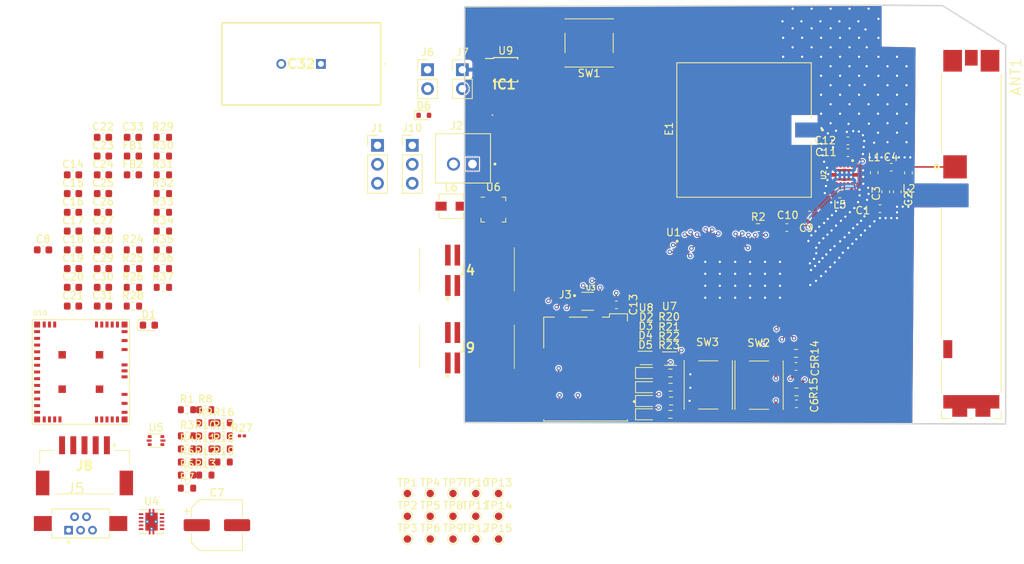
<source format=kicad_pcb>
(kicad_pcb (version 20221018) (generator pcbnew)
  (layers (0 "F.Cu" signal) (1 "In1.Cu" signal) (2 "In2.Cu" signal) (31 "B.Cu" signal) (34 "B.Paste" user) (35 "F.Paste" user) (36 "B.SilkS" user "B.Silkscreen") (37 "F.SilkS" user "F.Silkscreen") (38 "B.Mask" user) (39 "F.Mask" user) (44 "Edge.Cuts" user))
  (net 0 "")
  (net 1 "Net-(ANT1-FEED)")
  (net 2 "GND")
  (net 5 "/LTE_RF1")
  (net 6 "Net-(C2-Pad1)")
  (net 7 "/nRF91_BUTTON1")
  (net 8 "/nRF91_BUTTON2")
  (net 9 "+BATT")
  (net 10 "/Battery_voltage")
  (net 11 "/GPS_EN")
  (net 12 "+3V3")
  (net 13 "/SIM_VCC")
  (net 14 "Net-(U1-IO_SUPPLY)")
  (net 15 "Net-(U1-NRESET)")
  (net 16 "/VREG_IN")
  (net 17 "Net-(U4-EN)")
  (net 18 "Net-(U4-FB)")
  (net 19 "VBUS")
  (net 20 "/CP2102N-VDD")
  (net 21 "Net-(D1-A)")
  (net 22 "Net-(D2-K)")
  (net 23 "Net-(D2-A)")
  (net 24 "Net-(D3-K)")
  (net 25 "Net-(D3-A)")
  (net 26 "Net-(D4-K)")
  (net 27 "Net-(D4-A)")
  (net 28 "Net-(D5-K)")
  (net 29 "Net-(D5-A)")
  (net 30 "Net-(D6-A)")
  (net 31 "/GPS_RF_ANT")
  (net 32 "Net-(U1-VDD1)")
  (net 33 "Net-(J5-VBUS)")
  (net 34 "Net-(IC1-VBACKUP)")
  (net 35 "/I2C_SDA")
  (net 36 "/nINT_RTC")
  (net 37 "Net-(IC1-EVI)")
  (net 38 "/RTC_CLOCKOUT")
  (net 39 "/I2C_SCL")
  (net 40 "Net-(J3-RST)")
  (net 41 "Net-(J3-CLK)")
  (net 43 "Net-(J3-I{slash}O)")
  (net 46 "/SWDIO")
  (net 47 "/SWDCLK")
  (net 51 "Net-(J4-Pad10)")
  (net 52 "Net-(J5-D-)")
  (net 53 "Net-(J5-D+)")
  (net 54 "Net-(J6-Pin_1)")
  (net 55 "Net-(J7-Pin_2)")
  (net 56 "/RS485_A")
  (net 57 "/RS485_B")
  (net 58 "/TBR_PPS")
  (net 59 "Net-(U2-AMP_IN)")
  (net 60 "/AMP_IN_FILT_OUT")
  (net 61 "Net-(U4-L2)")
  (net 62 "Net-(U4-L1)")
  (net 63 "/~{nRESET}")
  (net 64 "Net-(U1-ENABLE)")
  (net 65 "Net-(U1-COEX2)")
  (net 66 "/DIFF_P")
  (net 67 "/DIFF_N")
  (net 68 "Net-(U6-~{RST})")
  (net 69 "Net-(U6-VBUS)")
  (net 70 "Net-(R14-Pad2)")
  (net 71 "Net-(R15-Pad2)")
  (net 72 "/nRF91_LED1")
  (net 73 "/nRF91_LED2")
  (net 74 "/nRF91_LED3")
  (net 75 "/nRF91_LED4")
  (net 76 "/PPS")
  (net 77 "Net-(U1-P0.27)")
  (net 82 "/RS485_RE")
  (net 83 "/RS485_DE")
  (net 88 "/RM_RESETn")
  (net 91 "/RM_SWO")
  (net 92 "/RM_SWDIO")
  (net 93 "/SIM_RST")
  (net 95 "/SIM_CLK")
  (net 96 "/SIM_IO")
  (net 104 "/GPS_RF1")
  (net 105 "/nRF_UART_RX")
  (net 106 "/nRF_UART_TX")
  (net 107 "/RS485_RX")
  (net 108 "/RS485_DI")
  (net 120 "/RM_SWCLK")
  (net 123 "/RM_TX")
  (net 124 "/RM_RX")
  (net 125 "/BOOT")
  (net 126 "/RM_RTS")
  (net 127 "/RM_CTS")
  (footprint "Capacitor_SMD:CP_Elec_6.3x7.7" (layer "F.Cu") (at 135.0318 126.19)
    (fp_text reference "C7")
    (fp_text value "PCH1E101MCL4GS")
  )
  (footprint "FishIoT_Footprint_library:AMPHENOL_10119313-302TLF" (layer "F.Cu") (at 116.7818 125.97)
    (fp_text reference "J5")
    (fp_text value "10119313-302TLF")
  )
  (footprint "LED_SMD:LED_0603_1608Metric" (layer "F.Cu") (at 192.55 107.725588)
    (fp_text reference "D3")
    (fp_text value "LED")
  )
  (footprint "Capacitor_SMD:C_0603_1608Metric" (layer "F.Cu") (at 119.7818 79.3)
    (fp_text reference "C24")
    (fp_text value "10u")
  )
  (footprint "Connector_PinHeader_2.54mm:PinHeader_1x03_P2.54mm_Vertical" (layer "F.Cu") (at 161.1818 75.35)
    (fp_text reference "J10")
    (fp_text value "RM_UART")
  )
  (footprint "Capacitor_SMD:C_0603_1608Metric" (layer "F.Cu") (at 212.6 109.95 180)
    (fp_text reference "C6")
    (fp_text value "1u")
  )
  (footprint "Resistor_SMD:R_0603_1608Metric" (layer "F.Cu") (at 207.455 86.36 180)
    (fp_text reference "R2")
    (fp_text value "1M0")
  )
  (footprint "Resistor_SMD:R_0603_1608Metric" (layer "F.Cu") (at 131.0318 110.74)
    (fp_text reference "R1")
    (fp_text value "0R")
  )
  (footprint "TestPoint:TestPoint_Pad_D1.0mm" (layer "F.Cu") (at 160.5318 125)
    (fp_text reference "TP2")
    (fp_text value "TestPoint")
  )
  (footprint "TestPoint:TestPoint_Pad_D1.0mm" (layer "F.Cu") (at 166.6318 121.95)
    (fp_text reference "TP7")
    (fp_text value "TestPoint")
  )
  (footprint "Capacitor_SMD:C_0603_1608Metric" (layer "F.Cu") (at 119.7818 91.85)
    (fp_text reference "C29")
    (fp_text value "4.7u")
  )
  (footprint "Capacitor_SMD:C_0603_1608Metric" (layer "F.Cu") (at 115.7718 86.83)
    (fp_text reference "C17")
    (fp_text value "15p")
  )
  (footprint "Resistor_SMD:R_0603_1608Metric" (layer "F.Cu") (at 127.8018 74.28)
    (fp_text reference "R29")
    (fp_text value "4.7k")
  )
  (footprint "FishIoT_Footprint_library:SON50P210X160X65-9N" (layer "F.Cu") (at 184.655 96.225)
    (fp_text reference "U3")
    (fp_text value "TPD3F303DPVR")
  )
  (footprint "TestPoint:TestPoint_Pad_D1.0mm" (layer "F.Cu") (at 163.5818 125)
    (fp_text reference "TP5")
    (fp_text value "TestPoint")
  )
  (footprint "Resistor_SMD:R_0603_1608Metric" (layer "F.Cu") (at 131.0318 117.74)
    (fp_text reference "R5")
    (fp_text value "180")
  )
  (footprint "Resistor_SMD:R_0603_1608Metric" (layer "F.Cu") (at 195.725 111.35)
    (fp_text reference "R23")
    (fp_text value "120")
  )
  (footprint "Capacitor_SMD:C_0603_1608Metric" (layer "F.Cu") (at 115.7718 91.85)
    (fp_text reference "C19")
    (fp_text value "47uF")
  )
  (footprint "Resistor_SMD:R_0603_1608Metric" (layer "F.Cu") (at 133.4818 114.24)
    (fp_text reference "R10")
    (fp_text value "15")
  )
  (footprint "LED_SMD:LED_0603_1608Metric" (layer "F.Cu") (at 192.55 111.35)
    (fp_text reference "D5")
    (fp_text value "LED")
  )
  (footprint "LED_SMD:LED_0603_1608Metric" (layer "F.Cu") (at 192.55 105.825588)
    (fp_text reference "D2")
    (fp_text value "LED")
  )
  (footprint "Capacitor_SMD:C_0603_1608Metric" (layer "F.Cu") (at 111.7618 89.34)
    (fp_text reference "C8")
    (fp_text value "1u")
  )
  (footprint "LED_SMD:LED_0603_1608Metric" (layer "F.Cu") (at 192.55 109.572218)
    (fp_text reference "D4")
    (fp_text value "LED")
  )
  (footprint "TestPoint:TestPoint_Pad_D1.0mm" (layer "F.Cu") (at 166.6318 128.05)
    (fp_text reference "TP9")
    (fp_text value "TestPoint")
  )
  (footprint "Resistor_SMD:R_0603_1608Metric" (layer "F.Cu") (at 127.8018 76.79)
    (fp_text reference "R30")
    (fp_text value "4.7k")
  )
  (footprint "Resistor_SMD:R_0603_1608Metric" (layer "F.Cu") (at 131.0318 121.24)
    (fp_text reference "R7")
    (fp_text value "1M2")
  )
  (footprint "Connector_PinHeader_2.54mm:PinHeader_1x02_P2.54mm_Vertical" (layer "F.Cu") (at 163.2318 65.23)
    (fp_text reference "J6")
    (fp_text value "Conn_01x02_Socket")
  )
  (footprint "Resistor_SMD:R_0603_1608Metric" (layer "F.Cu") (at 127.8018 94.36)
    (fp_text reference "R37")
    (fp_text value "100")
  )
  (footprint "FishIoT_Footprint_library:ANT_P822601" (layer "F.Cu") (at 236.0074 87.132 -90)
    (fp_text reference "ANT1")
    (fp_text value "P822601")
  )
  (footprint "Capacitor_SMD:C_0603_1608Metric" (layer "F.Cu") (at 115.7718 81.81)
    (fp_text reference "C15")
    (fp_text value "4.7uF")
  )
  (footprint "FishIoT_Footprint_library:JAE_SF72S006VBDR2500" (layer "F.Cu") (at 183.395 105.075)
    (fp_text reference "J3")
    (fp_text value "SF72S006VBDR2500")
  )
  (footprint "Capacitor_SMD:C_0603_1608Metric" (layer "F.Cu") (at 119.7818 84.32)
    (fp_text reference "C26")
    (fp_text value "22u")
  )
  (footprint "Resistor_SMD:R_0603_1608Metric" (layer "F.Cu") (at 212.6 108.35 180)
    (fp_text reference "R15")
    (fp_text value "1k")
  )
  (footprint "FishIoT_Footprint_library:Laird, RM126X" (layer "F.Cu") (at 116.8203 105.6885)
    (fp_text reference "U10")
    (fp_text value "RM126x" hide)
  )
  (footprint "Capacitor_SMD:C_0603_1608Metric" (layer "F.Cu") (at 115.7718 89.34)
    (fp_text reference "C18")
    (fp_text value "100n")
  )
  (footprint "Inductor_SMD:L_0603_1608Metric" (layer "F.Cu") (at 218.4003 81.8657 180)
    (fp_text reference "L5")
    (fp_text value "9.1nH")
  )
  (footprint "Capacitor_SMD:C_0603_1608Metric" (layer "F.Cu") (at 219.4924 76.3285)
    (fp_text reference "C11")
    (fp_text value "100pF")
  )
  (footprint "Capacitor_SMD:C_0603_1608Metric" (layer "F.Cu") (at 119.7818 94.36)
    (fp_text reference "C30")
    (fp_text value "4.7u")
  )
  (footprint "Resistor_SMD:R_0603_1608Metric" (layer "F.Cu") (at 135.9318 112.49)
    (fp_text reference "R16")
    (fp_text value "1M")
  )
  (footprint "Resistor_SMD:R_0603_1608Metric" (layer "F.Cu") (at 195.75 107.725588)
    (fp_text reference "R21")
    (fp_text value "120")
  )
  (footprint "Capacitor_SMD:C_0603_1608Metric" (layer "F.Cu") (at 115.7718 96.87)
    (fp_text reference "C21")
    (fp_text value "47u")
  )
  (footprint "Inductor_SMD:L_0603_1608Metric" (layer "F.Cu") (at 123.7918 79.3)
    (fp_text reference "FB2")
    (fp_text value "BLM18EG601SZ1D")
  )
  (footprint "TestPoint:TestPoint_Pad_D1.0mm" (layer "F.Cu") (at 172.7318 121.95)
    (fp_text reference "TP13")
    (fp_text value "TestPoint")
  )
  (footprint "FishIoT_Footprint_library:XCVR_DSGP.1575.18.4.A.02" (layer "F.Cu") (at 205.5876 73.2988 90)
    (fp_text reference "E1")
    (fp_text value "DSGP.1575.18.4.A.02")
  )
  (footprint "TestPoint:TestPoint_Pad_D1.0mm" (layer "F.Cu") (at 169.6818 125)
    (fp_text reference "TP11")
    (fp_text value "TestPoint")
  )
  (footprint "TestPoint:TestPoint_Pad_D1.0mm" (layer "F.Cu") (at 163.5818 128.05)
    (fp_text reference "TP6")
    (fp_text value "TestPoint")
  )
  (footprint "Diode_SMD:D_SOD-523" (layer "F.Cu") (at 162.7268 71.33)
    (fp_text reference "D6")
    (fp_text value "1SS390SMFHT2R")
  )
  (footprint "Capacitor_SMD:C_0603_1608Metric" (layer "F.Cu") (at 226.09237 81.573188 -90)
    (fp_text reference "C2")
    (fp_text value "N.C.")
  )
  (footprint "FishIoT_Footprint_library:RV3032C7" (layer "F.Cu") (at 173.3568 70.105)
    (fp_text reference "IC1")
    (fp_text value "RV-3032-C7_32.768KHZ-2.5PPM-TA-QC" hide)
  )
  (footprint "Capacitor_SMD:C_0603_1608Metric" (layer "F.Cu") (at 123.7918 74.28)
    (fp_text reference "C33")
    (fp_text value "100n")
  )
  (footprint "Resistor_SMD:R_0603_1608Metric" (layer "F.Cu") (at 127.8018 84.32)
    (fp_text reference "R33")
    (fp_text value "100k")
  )
  (footprint "Inductor_SMD:L_Vishay_IHLP-1212" (layer "F.Cu") (at 166.3818 83.5)
    (fp_text reference "L6")
    (fp_text value "LPS3015-222MRB")
  )
  (footprint "Connector_PinHeader_2.54mm:PinHeader_1x02_P2.54mm_Vertical" (layer "F.Cu") (at 167.8818 65.23)
    (fp_text reference "J7")
    (fp_text value "Conn_01x02_Socket")
  )
  (footprint "Inductor_SMD:L_0603_1608Metric" (layer "F.Cu") (at 227.59075 79.03491 90)
    (fp_text reference "L2")
    (fp_text value "22nH")
  )
  (footprint "Capacitor_SMD:C_0603_1608Metric" (layer "F.Cu") (at 214.337195 84.674503 180)
    (fp_text reference "C10")
    (fp_text value "100pF")
  )
  (footprint "Button_Switch_SMD:SW_Push_1P1T_NO_6x6mm_H9.5mm" (layer "F.Cu") (at 200.8 107.425 90)
    (fp_text reference "SW3")
    (fp_text value "PTS645SM43SMTR92 LF")
  )
  (footprint "TestPoint:TestPoint_Pad_D1.0mm" (layer "F.Cu") (at 166.6318 125)
    (fp_text reference "TP8")
    (fp_text value "TestPoint")
  )
  (footprint "Inductor_SMD:L_0603_1608Metric" (layer "F.Cu") (at 123.7918 76.79)
    (fp_text reference "FB1")
    (fp_text value "120R/070A")
  )
  (footprint "Resistor_SMD:R_0603_1608Metric" (layer "F.Cu") (at 135.9318 115.99)
    (fp_text reference "R18")
    (fp_text value "1M")
  )
  (footprint "Capacitor_SMD:C_0603_1608Metric" (layer "F.Cu") (at 225.295244 78.280347)
    (fp_text reference "C4")
    (fp_text value "3.5pF")
  )
  (footprint "Capacitor_SMD:C_0603_1608Metric" (layer "F.Cu") (at 119.7818 89.34)
    (fp_text reference "C28")
    (fp_text value "100n")
  )
  (footprint "Resistor_SMD:R_0603_1608Metric" (layer "F.Cu") (at 131.0318 114.24)
    (fp_text reference "R3")
    (fp_text value "1k")
  )
  (footprint "Package_SO:TSSOP-8_3x3mm_P0.65mm" (layer "F.Cu") (at 173.6818 65.23)
    (fp_text reference "U9")
    (fp_text value "MAX3471")
  )
  (footprint "Button_Switch_SMD:SW_Push_1P1T_NO_6x6mm_H9.5mm" (layer "F.Cu") (at 207.6 107.45 -90)
    (fp_text reference "SW2")
    (fp_text value "PTS645SM43SMTR92 LF")
  )
  (footprint "Package_TO_SOT_SMD:SOT-666" (layer "F.Cu") (at 192.5 103.8125)
    (fp_text reference "U8")
    (fp_text value "NX3020NAKV")
  )
  (footprint "Resistor_SMD:R_0603_1608Metric" (layer "F.Cu") (at 133.4818 112.49)
    (fp_text reference "R9")
    (fp_text value "15")
  )
  (footprint "TestPoint:TestPoint_Pad_D1.0mm" (layer "F.Cu") (at 160.5318 121.95)
    (fp_text reference "TP1")
    (fp_text value "TestPoint")
  )
  (footprint "TestPoint:TestPoint_Pad_D1.0mm" (layer "F.Cu") (at 172.7318 125)
    (fp_text reference "TP14")
    (fp_text value "TestPoint")
  )
  (footprint "Package_SON:Texas_DRC0010J_ThermalVias" (layer "F.Cu") (at 126.2818 125.72)
    (fp_text reference "U4")
    (fp_text value "TPS63000")
  )
  (footprint "Button_Switch_SMD:SW_Push_1P1T_NO_6x6mm_H9.5mm" (layer "F.Cu") (at 184.85 61.65 180)
    (fp_text reference "SW1")
    (fp_text value "PTS645SM43SMTR92 LF")
  )
  (footprint "Resistor_SMD:R_0603_1608Metric" (layer "F.Cu") (at 135.9318 117.74)
    (fp_text reference "R19")
    (fp_text value "1M")
  )
  (footprint "Connector_PinHeader_2.54mm:PinHeader_1x03_P2.54mm_Vertical" (layer "F.Cu") (at 156.5318 75.35)
    (fp_text reference "J1")
    (fp_text value "VDD_JUMPER")
  )
  (footprint "Resistor_SMD:R_0603_1608Metric" (layer "F.Cu") (at 127.8018 79.3)
    (fp_text reference "R31")
    (fp_text value "100k")
  )
  (footprint "Capacitor_SMD:C_0603_1608Metric" (layer "F.Cu") (at 119.7818 86.83)
    (fp_text reference "C27")
    (fp_text value "1.8p")
  )
  (footprint "Resistor_SMD:R_0603_1608Metric" (layer "F.Cu") (at 127.8018 91.85)
    (fp_text reference "R36")
    (fp_text value "120")
  )
  (footprint "TestPoint:TestPoint_Pad_D1.0mm" (layer "F.Cu") (at 169.6818 128.05)
    (fp_text reference "TP12")
    (fp_text value "TestPoint")
  )
  (footprint "FishIoT_Footprint_library:BM05BZESSTBTLFSN" (layer "F.Cu") (at 117.3068 118.695)
    (fp_text reference "J8")
    (fp_text value "BM05B-ZESS-TBT" hide)
  )
  (footprint "Package_TO_SOT_SMD:SOT-666" (layer "F.Cu") (at 126.8818 114.87)
    (fp_text reference "U5")
    (fp_text value "USBLC6-2P6")
  )
  (footprint "Capacitor_SMD:C_0603_1608Metric" (layer "F.Cu") (at 223.774 83.82)
    (fp_text reference "C1")
    (fp_text value "N.C.")
  )
  (footprint "Resistor_SMD:R_0603_1608Metric" (layer "F.Cu") (at 133.4818 110.74)
    (fp_text reference "R8")
    (fp_text value "240k")
  )
  (footprint "Resistor_SMD:R_0603_1608Metric" (layer "F.Cu") (at 131.0318 115.99)
    (fp_text reference "R4")
    (fp_text value "10k")
  )
  (footprint "TestPoint:TestPoint_Pad_D1.0mm" (layer "F.Cu") (at 172.7318 128.05)
    (fp_text reference "TP15")
    (fp_text value "TestPoint")
  )
  (footprint "Capacitor_SMD:C_0603_1608Metric" (layer "F.Cu") (at 119.7818 74.28)
    (fp_text reference "C22")
    (fp_text value "100n")
  )
  (footprint "Resistor_SMD:R_0603_1608Metric" (layer "F.Cu") (at 127.8018 86.83)
    (fp_text reference "R34")
    (fp_text value "680")
  )
  (footprint "Capacitor_SMD:C_0603_1608Metric" (layer "F.Cu") (at 115.7718 84.32)
    (fp_text reference "C16")
    (fp_text value "100n")
  )
  (footprint "Resistor_SMD:R_0201_0603Metric" (layer "F.Cu") (at 138.3818 114.24)
    (fp_text reference "R27")
    (fp_text value "0")
  )
  (footprint "Resistor_SMD:R_0603_1608Metric" (layer "F.Cu") (at 123.7918 89.34)
    (fp_text reference "R24")
    (fp_text value "3k")
  )
  (footprint "Resistor_SMD:R_0603_1608Metric" (layer "F.Cu") (at 131.0318 119.49)
    (fp_text reference "R6")
    (fp_text value "100")
  )
  (footprint "Capacitor_SMD:C_0603_1608Metric" (layer "F.Cu") (at 211.315 86.36)
    (fp_text reference "C9")
    (fp_text value "100nF")
  )
  (footprint "Resistor_SMD:R_0603_1608Metric" (layer "F.Cu") (at 212.55 103.2 180)
    (fp_text reference "R14")
    (fp_text value "1k")
  )
  (footprint "LED_SMD:LED_0603_1608Metric" (layer "F.Cu") (at 125.9218 99.42)
    (fp_text reference "D1")
    (fp_text value "GREEN_LED")
  )
  (footprint "Capacitor_SMD:C_0603_1608Metric" (layer "F.Cu") (at 119.7818 76.79)
    (fp_text reference "C23")
    (fp_text value "15p")
  )
  (footprint "Resistor_SMD:R_0603_1608Metric" (layer "F.Cu") (at 195.825 109.572218)
    (fp_text reference "R22")
    (fp_text value "120")
  )
  (footprint "Resistor_SMD:R_0603_1608Metric" (layer "F.Cu") (at 133.4818 119.49)
    (fp_text reference "R13")
    (fp_text value "47.5k")
  )
  (footprint "Capacitor_SMD:C_0603_1608Metric" (layer "F.Cu") (at 188.5 96.7 180)
    (fp_text reference "C13")
    (fp_text value "100nF")
  )
  (footprint "TestPoint:TestPoint_Pad_D1.0mm" (layer "F.Cu") (at 169.6818 121.95)
    (fp_text reference "TP10")
    (fp_text value "TestPoint")
  )
  (footprint "Resistor_SMD:R_0603_1608Metric" (layer "F.Cu") (at 133.4818 117.74)
    (fp_text reference "R12")
    (fp_text value "22.1k")
  )
  (footprint "Resistor_SMD:R_0603_1608Metric" (layer "F.Cu") (at 133.4818 115.99)
    (fp_text reference "R11")
    (fp_text value "1k")
  )
  (footprint "Resistor_SMD:R_0603_1608Metric" (layer "F.Cu") (at 195.725 105.825588)
    (fp_text reference "R20")
    (fp_text value "120")
  )
  (footprint "Capacitor_SMD:C_0603_1608Metric" (layer "F.Cu") (at 219.4924 74.7537)
    (fp_text reference "C12")
    (fp_text value "100nF")
  )
  (footprint "FishIoT_Footprint_library:SHF-105-01-X-D-SM" (layer "F.Cu") (at 168.4818 92.08)
    (fp_text reference "J4")
    (fp_text value "SHF-105-01-L-D-SM" hide)
  )
  (footprint "TestPoint:TestPoint_Pad_D1.0mm" (layer "F.Cu") (at 160.5318 128.05)
    (fp_text reference "TP3")
    (fp_text value "TestPoint")
  )
  (footprint "Resistor_SMD:R_0603_1608Metric" (layer "F.Cu") (at 127.8018 81.81)
    (fp_text reference "R32")
    (fp_text value "0")
  )
  (footprint "Resistor_SMD:R_0603_1608Metric" (layer "F.Cu") (at 123.7918 91.85)
    (fp_text reference "R25")
    (fp_text value "240k")
  )
  (footprint "FishIoT_Footprint_library:SHF-105-01-X-D-SM" (layer "F.Cu") (at 168.4818 102.4425)
    (fp_text reference "J9")
    (fp_text value "SHF-105-01-L-D-SM" hide)
  )
  (footprint "Inductor_SMD:L_0603_1608Metric" (layer "F.Cu") (at 223.012 79.0195 90)
    (fp_text reference "L1")
    (fp_text value "1.5nH")
  )
  (footprint "FishIoT_Footprint_library:XCVR_NRF9160-SICA" (layer "F.Cu") (at 205.3788 93.294)
    (fp_text reference "U1")
    (fp_text value "NRF9160-SICA")
  )
  (footprint "Package_DFN_QFN:SiliconLabs_QFN-20-1EP_3x3mm_P0.5mm_EP1.8x1.8mm" (layer "F.Cu") (at 172.0318 83.95)
    (fp_text reference "U6")
    (fp_text value "CP2102N-Axx-xQFN20")
  )
  (footprint "Capacitor_SMD:C_0603_1608Metric" (layer "F.Cu") (at 115.7718 79.3)
    (fp_text reference "C14")
    (fp_text value "4.7uF")
  )
  (footprint "FishIoT_Footprint_library:MOLEX_0705430001" (layer "F.Cu") (at 167.9668 77.86)
    (fp_text reference "J2")
    (fp_text value "0705430001")
  )
  (footprint "Capacitor_SMD:C_0603_1608Metric" (layer "F.Cu") (at 119.7818 96.87)
    (fp_text reference "C31")
    (fp_text value "100n")
  )
  (footprint "Package_TO_SOT_SMD:SOT-666" (layer "F.Cu") (at 195.75 103.9)
    (fp_text reference "U7")
    (fp_text value "NX3020NAKV")
  )
  (footprint "Resistor_SMD:R_0603_1608Metric" (layer "F.Cu") (at 135.9318 114.24)
    (fp_text reference "R17")
    (fp_text value "1M")
  )
  (footprint "Resistor_SMD:R_0603_1608Metric" (layer "F.Cu") (at 127.8018 89.34)
    (fp_text reference "R35")
    (fp_text value "680")
  )
  (footprint "TestPoint:TestPoint_Pad_D1.0mm" (layer "F.Cu") (at 163.5818 121.95)
    (fp_text reference "TP4")
    (fp_text value "TestPoint")
  )
  (footprint "Capacitor_SMD:C_0603_1608Metric" (layer "F.Cu") (at 115.7718 94.36)
    (fp_text reference "C20")
    (fp_text value "100nF")
  )
  (footprint "Resistor_SMD:R_0603_1608Metric" (layer "F.Cu") (at 123.7918 94.36)
    (fp_text reference "R26")
    (fp_text value "100k")
  )
  (footprint "Capacitor_SMD:C_0603_1608Metric" (layer "F.Cu") (at 212.55 104.95 180)
    (fp_text reference "C5")
    (fp_text value "1u")
  )
  (footprint "Capacitor_SMD:C_0603_1608Metric" (layer "F.Cu") (at 119.7818 81.81)
    (fp_text reference "C25")
    (fp_text value "100n")
  )
  (footprint "FishIoT_Footprint_library:PHVL3R9V255R" (layer "F.Cu") (at 148.95 64.45)
    (fp_text reference "C32")
    (fp_text value "PHVL-3R9V255-R" hide)
  )
  (footprint "FishIoT_Footprint_library:IC_SKY65943-11" (layer "F.Cu") (at 219.0132 79.3036 -90)
    (fp_text reference "U2")
    (fp_text value "SKY65943-11")
  )
  (footprint "Capacitor_SMD:C_0603_1608Metric" (layer "F.Cu") (at 224.544608 81.573188 -90)
    (fp_text reference "C3")
    (fp_text value "N.C.")
  )
  (footprint "Resistor_SMD:R_0603_1608Metric" (layer "F.Cu") (at 123.7918 96.87)
    (fp_text reference "R28")
    (fp_text value "10k")
  )
  (gr_poly (pts (xy 223.6 56.6) (xy 232.15 56.65) (xy 240.6 61.95) (xy 240.6 112.65) (xy 168.15 112.45) (xy 168.2 56.8)) (stroke (width 0.2)) (fill none) (layer "Edge.Cuts"))
  (segment (start 233.806093 78.24741) (end 227.614039 78.24741) (width 0.2) (layer "F.Cu") (net 1))
  (segment (start 233.824695 78.239705) (end 233.8324 78.232) (width 0.2) (layer "F.Cu") (net 1))
  (segment (start 227.534523 78.280347) (end 226.070244 78.280347) (width 0.2) (layer "F.Cu") (net 1))
  (arc (start 227.574281 78.263878) (mid 227.592522 78.251689) (end 227.614039 78.24741) (width 0.2) (layer "F.Cu") (net 1))
  (arc (start 233.806093 78.24741) (mid 233.81616 78.245407) (end 233.824695 78.239705) (width 0.2) (layer "F.Cu") (net 1))
  (arc (start 227.534523 78.280347) (mid 227.55604 78.276066) (end 227.574281 78.263878) (width 0.2) (layer "F.Cu") (net 1))
  (segment (start 224.342796 82.55) (end 224.544608 82.348188) (width 0.2) (layer "F.Cu") (net 2))
  (segment (start 227.584 79.82916) (end 227.59075 79.82241) (width 0.2) (layer "F.Cu") (net 2))
  (segment (start 224.546804 83.822196) (end 224.536 83.833) (width 0.2) (layer "F.Cu") (net 2))
  (segment (start 226.06 82.380558) (end 226.09237 82.348188) (width 0.2) (layer "F.Cu") (net 2))
  (segment (start 224.546804 83.817804) (end 224.544608 83.815608) (width 0.2) (layer "F.Cu") (net 2))
  (via (at 208.4 90.95) (size 0.6) (drill 0.3) (layers "F.Cu" "B.Cu") (net 2))
  (via (at 204.4 92.55) (size 0.6) (drill 0.3) (layers "F.Cu" "B.Cu") (net 2))
  (via (at 221.500935 76.515331) (size 0.6) (drill 0.3) (layers "F.Cu" "B.Cu") (net 2))
  (via (at 220.2 73.45) (size 0.6) (drill 0.3) (layers "F.Cu" "B.Cu") (net 2))
  (via (at 217.17 72.39) (size 0.6) (drill 0.3) (layers "F.Cu" "B.Cu") (net 2))
  (via (at 204.4 94.15) (size 0.6) (drill 0.3) (layers "F.Cu" "B.Cu") (net 2))
  (via (at 224 76.962) (size 0.6) (drill 0.3) (layers "F.Cu" "B.Cu") (net 2))
  (via (at 220.75 85.95) (size 0.6) (drill 0.3) (layers "F.Cu" "B.Cu") (net 2))
  (via (at 212.09 59.69) (size 0.6) (drill 0.3) (layers "F.Cu" "B.Cu") (net 2))
  (via (at 221.779745 86.748434) (size 0.6) (drill 0.3) (layers "F.Cu" "B.Cu") (net 2))
  (via (at 215.65 86.25) (size 0.6) (drill 0.3) (layers "F.Cu" "B.Cu") (net 2))
  (via (at 221.55 80.5) (size 0.6) (drill 0.3) (layers "F.Cu" "B.Cu") (net 2))
  (via (at 219.71 62.23) (size 0.6) (drill 0.3) (layers "F.Cu" "B.Cu") (net 2))
  (via (at 202.35 94.15) (size 0.6) (drill 0.3) (layers "F.Cu" "B.Cu") (net 2))
  (via (at 220.85 82.95) (size 0.6) (drill 0.3) (layers "F.Cu" "B.Cu") (net 2))
  (via (at 215.65 90.95) (size 0.6) (drill 0.3) (layers "F.Cu" "B.Cu") (net 2))
  (via (at 224.79 69.85) (size 0.6) (drill 0.3) (layers "F.Cu" "B.Cu") (net 2))
  (via (at 215.1 91.5) (size 0.6) (drill 0.3) (layers "F.Cu" "B.Cu") (net 2))
  (via (at 220.98 66.04) (size 0.6) (drill 0.3) (layers "F.Cu" "B.Cu") (net 2))
  (via (at 216.2 87.8) (size 0.6) (drill 0.3) (layers "F.Cu" "B.Cu") (net 2))
  (via (at 215.221818 93.489683) (size 0.6) (drill 0.3) (layers "F.Cu" "B.Cu") (net 2))
  (via (at 206.4 94.15) (size 0.6) (drill 0.3) (layers "F.Cu" "B.Cu") (net 2))
  (via (at 216.4 81.75) (size 0.6) (drill 0.3) (layers "F.Cu" "B.Cu") (net 2))
  (via (at 223.52 71.12) (size 0.6) (drill 0.3) (layers "F.Cu" "B.Cu") (net 2))
  (via (at 217.17 59.69) (size 0.6) (drill 0.3) (layers "F.Cu" "B.Cu") (net 2))
  (via (at 222.05 82.65) (size 0.6) (drill 0.3) (layers "F.Cu" "B.Cu") (net 2))
  (via (at 224.79 72.39) (size 0.6) (drill 0.3) (layers "F.Cu" "B.Cu") (net 2))
  (via (at 224.79 74.93) (size 0.6) (drill 0.3) (layers "F.Cu" "B.Cu") (net 2))
  (via (at 221.664091 74.778203) (size 0.6) (drill 0.3) (layers "F.Cu" "B.Cu") (net 2))
  (via (at 210.82 63.5) (size 0.6) (drill 0.3) (layers "F.Cu" "B.Cu") (net 2))
  (via (at 217.17 64.77) (size 0.6) (drill 0.3) (layers "F.Cu" "B.Cu") (net 2))
  (via (at 218.335935 90.398155) (size 0.6) (drill 0.3) (layers "F.Cu" "B.Cu") (net 2))
  (via (at 206.4 92.55) (size 0.6) (drill 0.3) (layers "F.Cu" "B.Cu") (net 2))
  (via (at 227.584 81.28) (size 0.6) (drill 0.3) (layers "F.Cu" "B.Cu") (net 2))
  (via (at 216.75 80) (size 0.6) (drill 0.3) (layers "F.Cu" "B.Cu") (net 2))
  (via (at 215.9 63.5) (size 0.6) (drill 0.3) (layers "F.Cu" "B.Cu") (net 2))
  (via (at 200.4 90.95) (size 0.6) (drill 0.3) (layers "F.Cu" "B.Cu") (net 2))
  (via (at 222.25 81.85) (size 0.6) (drill 0.3) (layers "F.Cu" "B.Cu") (net 2))
  (via (at 218.44 66.04) (size 0.6) (drill 0.3) (layers "F.Cu" "B.Cu") (net 2))
  (via (at 223.2 76.962) (size 0.6) (drill 0.3) (layers "F.Cu" "B.Cu") (net 2))
  (via (at 217.15 89.35) (size 0.6) (drill 0.3) (layers "F.Cu" "B.Cu") (net 2))
  (via (at 224.79 64.77) (size 0.6) (drill 0.3) (layers "F.Cu" "B.Cu") (net 2))
  (via (at 222.25 69.85) (size 0.6) (drill 0.3) (layers "F.Cu" "B.Cu") (net 2))
  (via (at 226.822 83.566) (size 0.6) (drill 0.3) (layers "F.Cu" "B.Cu") (net 2))
  (via (at 218.1 83) (size 0.6) (drill 0.3) (layers "F.Cu" "B.Cu") (net 2))
  (via (at 220.98 60.96) (size 0.6) (drill 0.3) (layers "F.Cu" "B.Cu") (net 2))
  (via (at 226.06 85.09) (size 0.6) (drill 0.3) (layers "F.Cu" "B.Cu") (net 2))
  (via (at 225.552 76.962) (size 0.6) (drill 0.3) (layers "F.Cu" "B.Cu") (net 2))
  (via (at 220.611537 87.925733) (size 0.6) (drill 0.3) (layers "F.Cu" "B.Cu") (net 2))
  (via (at 208.4 92.55) (size 0.6) (drill 0.3) (layers "F.Cu" "B.Cu") (net 2))
  (via (at 221.25 85.45) (size 0.6) (drill 0.3) (layers "F.Cu" "B.Cu") (net 2))
  (via (at 227.33 64.77) (size 0.6) (drill 0.3) (layers "F.Cu" "B.Cu") (net 2))
  (via (at 214.95 90.55) (size 0.6) (drill 0.3) (layers "F.Cu" "B.Cu") (net 2))
  (via (at 222.255005 57.067181) (size 0.6) (drill 0.3) (layers "F.Cu" "B.Cu") (net 2))
  (via (at 206.4 90.95) (size 0.6) (drill 0.3) (layers "F.Cu" "B.Cu") (net 2))
  (via (at 217.175005 57.067181) (size 0.6) (drill 0.3) (layers "F.Cu" "B.Cu") (net 2))
  (via (at 226.06 83.566) (size 0.6) (drill 0.3) (layers "F.Cu" "B.Cu") (net 2))
  (via (at 219.65 87.05) (size 0.6) (drill 0.3) (layers "F.Cu" "B.Cu") (net 2))
  (via (at 220.98 71.12) (size 0.6) (drill 0.3) (layers "F.Cu" "B.Cu") (net 2))
  (via (at 226.06 84.328) (size 0.6) (drill 0.3) (layers "F.Cu" "B.Cu") (net 2))
  (via (at 218.44 68.58) (size 0.6) (drill 0.3) (layers "F.Cu" "B.Cu") (net 2))
  (via (at 221.601708 75.574787) (size 0.6) (drill 0.3) (layers "F.Cu" "B.Cu") (net 2))
  (via (at 227.33 69.85) (size 0.6) (drill 0.3) (layers "F.Cu" "B.Cu") (net 2))
  (via (at 210.4 94.15) (size 0.6) (drill 0.3) (layers "F.Cu" "B.Cu") (net 2))
  (via (at 218.45 88.2) (size 0.6) (drill 0.3) (layers "F.Cu" "B.Cu") (net 2))
  (via (at 213.36 63.5) (size 0.6) (drill 0.3) (layers "F.Cu" "B.Cu") (net 2))
  (via (at 206.4 95.75) (size 0.6) (drill 0.3) (layers "F.Cu" "B.Cu") (net 2))
  (via (at 219.71 69.85) (size 0.6) (drill 0.3) (layers "F.Cu" "B.Cu") (net 2))
  (via (at 221.7 84.85) (size 0.6) (drill 0.3) (layers "F.Cu" "B.Cu") (net 2))
  (via (at 223.52 73.66) (size 0.6) (drill 0.3) (layers "F.Cu" "B.Cu") (net 2))
  (via (at 208.4 95.75) (size 0.6) (drill 0.3) (layers "F.Cu" "B.Cu") (net 2))
  (via (at 215.9 71.12) (size 0.6) (drill 0.3) (layers "F.Cu" "B.Cu") (net 2))
  (via (at 216 75.95) (size 0.6) (drill 0.3) (layers "F.Cu" "B.Cu") (net 2))
  (via (at 215.95 75.15) (size 0.6) (drill 0.3) (layers "F.Cu" "B.Cu") (net 2))
  (via (at 210.82 60.96) (size 0.6) (drill 0.3) (layers "F.Cu" "B.Cu") (net 2))
  (via (at 216.7 78.35) (size 0.6) (drill 0.3) (layers "F.Cu" "B.Cu") (net 2))
  (via (at 213.36 60.96) (size 0.6) (drill 0.3) (layers "F.Cu" "B.Cu") (net 2))
  (via (at 223.571316 66.047355) (size 0.6) (drill 0.3) (layers "F.Cu" "B.Cu") (net 2))
  (via (at 215.9 68.58) (size 0.6) (drill 0.3) (layers "F.Cu" "B.Cu") (net 2))
  (via (at 226.06 68.58) (size 0.6) (drill 0.3) (layers "F.Cu" "B.Cu") (net 2))
  (via (at 217.9 73.4) (size 0.6) (drill 0.3) (layers "F.Cu" "B.Cu") (net 2))
  (via (at 226.06 73.66) (size 0.6) (drill 0.3) (layers "F.Cu" "B.Cu") (net 2))
  (via (at 218.55 83.65) (size 0.6) (drill 0.3) (layers "F.Cu" "B.Cu") (net 2))
  (via (at 223.571316 63.507355) (size 0.6) (drill 0.3) (layers "F.Cu" "B.Cu") (net 2))
  (via (at 221.735813 67.257303) (size 0.6) (drill 0.3) (layers "F.Cu" "B.Cu") (net 2))
  (via (at 222.4 76.962) (size 0.6) (drill 0.3) (layers "F.Cu" "B.Cu") (net 2))
  (via (at 217.9 86.1) (size 0.6) (drill 0.3) (layers "F.Cu" "B.Cu") (net 2))
  (via (at 219.71 59.69) (size 0.6) (drill 0.3) (layers "F.Cu" "B.Cu") (net 2))
  (via (at 219 83.05) (size 0.6) (drill 0.3) (layers "F.Cu" "B.Cu") (net 2))
  (via (at 216.527287 92.243168) (size 0.6) (drill 0.3) (layers "F.Cu" "B.Cu") (net 2))
  (via (at 216.8 85.2) (size 0.6) (drill 0.3) (layers "F.Cu" "B.Cu") (net 2))
  (via (at 222.3 72.45) (size 0.6) (drill 0.3) (layers "F.Cu" "B.Cu") (net 2))
  (via (at 210.7293 58.754738) (size 0.6) (drill 0.3) (layers "F.Cu" "B.Cu") (net 2))
  (via (at 216.75 87.3) (size 0.6) (drill 0.3) (layers "F.Cu" "B.Cu") (net 2))
  (via (at 219.35 73.55) (size 0.6) (drill 0.3) (layers "F.Cu" "B.Cu") (net 2))
  (via (at 221.5 74) (size 0.6) (drill 0.3) (layers "F.Cu" "B.Cu") (net 2))
  (via (at 216.6 89.95) (size 0.6) (drill 0.3) (layers "F.Cu" "B.Cu") (net 2))
  (via (at 218.811496 89.725774) (size 0.6) (drill 0.3) (layers "F.Cu" "B.Cu") (net 2))
  (via (at 219.715005 57.067181) (size 0.6) (drill 0.3) (layers "F.Cu" "B.Cu") (net 2))
  (via (at 223.571316 58.427355) (size 0.6) (drill 0.3) (layers "F.Cu" "B.Cu") (net 2))
  (via (at 224.75 76.962) (size 0.6) (drill 0.3) (layers "F.Cu" "B.Cu") (net 2))
  (via (at 223.034318 85.530225) (size 0.6) (drill 0.3) (layers "F.Cu" "B.Cu") (net 2))
  (via (at 217.35 84.7) (size 0.6) (drill 0.3) (layers "F.Cu" "B.Cu") (net 2))
  (via (at 221.534526 79.567302) (size 0.6) (drill 0.3) (layers "F.Cu" "B.Cu") (net 2))
  (via (at 214.63 59.69) (size 0.6) (drill 0.3) (layers "F.Cu" "B.Cu") (net 2))
  (via (at 217.120482 91.636336) (size 0.6) (drill 0.3) (layers "F.Cu" "B.Cu") (net 2))
  (via (at 216.3 85.75) (size 0.6) (drill 0.3) (layers "F.Cu" "B.Cu") (net 2))
  (via (at 227.076 76.962) (size 0.6) (drill 0.3) (layers "F.Cu" "B.Cu") (net 2))
  (via (at 219.05 87.65) (size 0.6) (drill 0.3) (layers "F.Cu" "B.Cu") (net 2))
  (via (at 215.25 89.8) (size 0.6) (drill 0.3) (layers "F.Cu" "B.Cu") (net 2))
  (via (at 214.2 88.15) (size 0.6) (drill 0.3) (layers "F.Cu" "B.Cu") (net 2))
  (via (at 215.8093 58.754738) (size 0.6) (drill 0.3) (layers "F.Cu" "B.Cu") (net 2))
  (via (at 219.15 84.9) (size 0.6) (drill 0.3) (layers "F.Cu" "B.Cu") (net 2))
  (via (at 218.44 63.5) (size 0.6) (drill 0.3) (layers "F.Cu" "B.Cu") (net 2))
  (via (at 215.95 73.05) (size 0.6) (drill 0.3) (layers "F.Cu" "B.Cu") (net 2))
  (via (at 227.584 83.566) (size 0.6) (drill 0.3) (layers "F.Cu" "B.Cu") (net 2))
  (via (at 221.05 81.3) (size 0.6) (drill 0.3) (layers "F.Cu" "B.Cu") (net 2))
  (via (at 217.17 69.85) (size 0.6) (drill 0.3) (layers "F.Cu" "B.Cu") (net 2))
  (via (at 214.635005 57.067181) (size 0.6) (drill 0.3) (layers "F.Cu" "B.Cu") (net 2))
  (via (at 221.524929 78.703537) (size 0.6) (drill 0.3) (layers "F.Cu" "B.Cu") (net 2))
  (via (at 225.298 85.09) (size 0.6) (drill 0.3) (layers "F.Cu" "B.Cu") (net 2))
  (via (at 217.4 74.7) (size 0.6) (drill 0.3) (layers "F.Cu" "B.Cu") (net 2))
  (via (at 214.63 62.23) (size 0.6) (drill 0.3) (layers "F.Cu" "B.Cu") (net 2))
  (via (at 217.25 83) (size 0.6) (drill 0.3) (layers "F.Cu" "B.Cu") (net 2))
  (via (at 220.35 83.75) (size 0.6) (drill 0.3) (layers "F.Cu" "B.Cu") (net 2))
  (via (at 227.33 72.39) (size 0.6) (drill 0.3) (layers "F.Cu" "B.Cu") (net 2))
  (via (at 224.536 85.09) (size 0.6) (drill 0.3) (layers "F.Cu" "B.Cu") (net 2))
  (via (at 218.55 85.45) (size 0.6) (drill 0.3) (layers "F.Cu" "B.Cu") (net 2))
  (via (at 219.511512 89.089396) (size 0.6) (drill 0.3) (layers "F.Cu" "B.Cu") (net 2))
  (via (at 217.7 88.85) (size 0.6) (drill 0.3) (layers "F.Cu" "B.Cu") (net 2))
  (via (at 222 64.77) (size 0.6) (drill 0.3) (layers "F.Cu" "B.Cu") (net 2))
  (via (at 227.838 76.962) (size 0.6) (drill 0.3) (layers "F.Cu" "B.Cu") (net 2))
  (via (at 221.05 82.05) (size 0.6) (drill 0.3) (layers "F.Cu" "B.Cu") (net 2))
  (via (at 224.79 67.31) (size 0.6) (drill 0.3) (layers "F.Cu" "B.Cu") (net 2))
  (via (at 200.4 95.75) (size 0.6) (drill 0.3) (layers "F.Cu" "B.Cu") (net 2))
  (via (at 204.4 95.75) (size 0.6) (drill 0.3) (layers "F.Cu" "B.Cu") (net 2))
  (via (at 219.75 84.3) (size 0.6) (drill 0.3) (layers "F.Cu" "B.Cu") (net 2))
  (via (at 200.4 92.55) (size 0.6) (drill 0.3) (layers "F.Cu" "B.Cu") (net 2))
  (via (at 223 75) (size 0.6) (drill 0.3) (layers "F.Cu" "B.Cu") (net 2))
  (via (at 226.06 66.04) (size 0.6) (drill 0.3) (layers "F.Cu" "B.Cu") (net 2))
  (via (at 221.842801 59.845907) (size 0.6) (drill 0.3) (layers "F.Cu" "B.Cu") (net 2))
  (via (at 210.4 90.95) (size 0.6) (drill 0.3) (layers "F.Cu" "B.Cu") (net 2))
  (via (at 217.726831 91.020896) (size 0.6) (drill 0.3) (layers "F.Cu" "B.Cu") (net 2))
  (via (at 210.4 92.55) (size 0.6) (drill 0.3) (layers "F.Cu" "B.Cu") (net 2))
  (via (at 226.06 71.12) (size 0.6) (drill 0.3) (layers "F.Cu" "B.Cu") (net 2))
  (via (at 200.4 94.15) (size 0.6) (drill 0.3) (layers "F.Cu" "B.Cu") (net 2))
  (via (at 217.17 62.23) (size 0.6) (drill 0.3) (layers "F.Cu" "B.Cu") (net 2))
  (via (at 219.71 64.77) (size 0.6) (drill 0.3) (layers "F.Cu" "B.Cu") (net 2))
  (via (at 215.25 89.05) (size 0.6) (drill 0.3) (layers "F.Cu" "B.Cu") (net 2))
  (via (at 227.33 67.31) (size 0.6) (drill 0.3) (layers "F.Cu" "B.Cu") (net 2))
  (via (at 202.35 95.75) (size 0.6) (drill 0.3) (layers "F.Cu" "B.Cu") (net 2))
  (via (at 212.095005 57.067181) (size 0.6) (drill 0.3) (layers "F.Cu" "B.Cu") (net 2))
  (via (at 227.584 82.804) (size 0.6) (drill 0.3) (layers "F.Cu" "B.Cu") (net 2))
  (via (at 215.9 60.96) (size 0.6) (drill 0.3) (layers "F.Cu" "B.Cu") (net 2))
  (via (at 215.15 86.85) (size 0.6) (drill 0.3) (layers "F.Cu" "B.Cu") (net 2))
  (via (at 214.6 87.4) (size 0.6) (drill 0.3) (layers "F.Cu" "B.Cu") (net 2))
  (via (at 213.2693 58.754738) (size 0.6) (drill 0.3) (layers "F.Cu" "B.Cu") (net 2))
  (via (at 220.98 63.5) (size 0.6) (drill 0.3) (layers "F.Cu" "B.Cu") (net 2))
  (via (at 216.55 80.8) (size 0.6) (drill 0.3) (layers "F.Cu" "B.Cu") (net 2))
  (via (at 227.33 74.93) (size 0.6) (drill 0.3) (layers "F.Cu" "B.Cu") (net 2))
  (via (at 220.98 68.58) (size 0.6) (drill 0.3) (layers "F.Cu" "B.Cu") (net 2))
  (via (at 218.44 60.96) (size 0.6) (drill 0.3) (layers "F.Cu" "B.Cu") (net 2))
  (via (at 220.093343 88.525747) (size 0.6) (drill 0.3) (layers "F.Cu" "B.Cu") (net 2))
  (via (at 216.1 76.7) (size 0.6) (drill 0.3) (layers "F.Cu" "B.Cu") (net 2))
  (via (at 220.2 86.45) (size 0.6) (drill 0.3) (layers "F.Cu" "B.Cu") (net 2))
  (via (at 202.35 92.55) (size 0.6) (drill 0.3) (layers "F.Cu" "B.Cu") (net 2))
  (via (at 216.1 90.45) (size 0.6) (drill 0.3) (layers "F.Cu" "B.Cu") (net 2))
  (via (at 214.4 91.15) (size 0.6) (drill 0.3) (layers "F.Cu" "B.Cu") (net 2))
  (via (at 223.774 85.09) (size 0.6) (drill 0.3) (layers "F.Cu" "B.Cu") (net 2))
  (via (at 202.35 90.95) (size 0.6) (drill 0.3) (layers "F.Cu" "B.Cu") (net 2))
  (via (at 215.9 92.85) (size 0.6) (drill 0.3) (layers "F.Cu" "B.Cu") (net 2))
  (via (at 216.85 79.2) (size 0.6) (drill 0.3) (layers "F.Cu" "B.Cu") (net 2))
  (via (at 215.9 66.04) (size 0.6) (drill 0.3) (layers "F.Cu" "B.Cu") (net 2))
  (via (at 217.5 75.6) (size 0.6) (drill 0.3) (layers "F.Cu" "B.Cu") (net 2))
  (via (at 216.8 73.75) (size 0.6) (drill 0.3) (layers "F.Cu" "B.Cu") (net 2))
  (via (at 226.06 63.5) (size 0.6) (drill 0.3) (layers "F.Cu" "B.Cu") (net 2))
  (via (at 208.4 94.15) (size 0.6) (drill 0.3) (layers "F.Cu" "B.Cu") (net 2))
  (via (at 212.09 62.23) (size 0.6) (drill 0.3) (layers "F.Cu" "B.Cu") (net 2))
  (via (at 217.3 86.75) (size 0.6) (drill 0.3) (layers "F.Cu" "B.Cu") (net 2))
  (via (at 217.17 67.31) (size 0.6) (drill 0.3) (layers "F.Cu" "B.Cu") (net 2))
  (via (at 210.4 95.75) (size 0.6) (drill 0.3) (layers "F.Cu" "B.Cu") (net 2))
  (via (at 222.2 81.026) (size 0.6) (drill 0.3) (layers "F.Cu" "B.Cu") (net 2))
  (via (at 222 62.23) (size 0.6) (drill 0.3) (layers "F.Cu" "B.Cu") (net 2))
  (via (at 219.71 67.31) (size 0.6) (drill 0.3) (layers "F.Cu" "B.Cu") (net 2))
  (via (at 220.95 73.5) (size 0.6) (drill 0.3) (layers "F.Cu" "B.Cu") (net 2))
  (via (at 221.238823 87.36663) (size 0.6) (drill 0.3) (layers "F.Cu" "B.Cu") (net 2))
  (via (at 218.44 71.12) (size 0.6) (drill 0.3) (layers "F.Cu" "B.Cu") (net 2))
  (via (at 204.4 90.95) (size 0.6) (drill 0.3) (layers "F.Cu" "B.Cu") (net 2))
  (via (at 216.3 77.55) (size 0.6) (drill 0.3) (layers "F.Cu" "B.Cu") (net 2))
  (via (at 218.3493 58.754738) (size 0.6) (drill 0.3) (layers "F.Cu" "B.Cu") (net 2))
  (via (at 220.8893 58.754738) (size 0.6) (drill 0.3) (layers "F.Cu" "B.Cu") (net 2))
  (via (at 214.45 94.05) (size 0.6) (drill 0.3) (layers "F.Cu" "B.Cu") (net 2))
  (via (at 223.52 68.58) (size 0.6) (drill 0.3) (layers "F.Cu" "B.Cu") (net 2))
  (via (at 221.742 83.82) (size 0.6) (drill 0.3) (layers "F.Cu" "B.Cu") (net 2))
  (via (at 222.429759 86.184785) (size 0.6) (drill 0.3) (layers "F.Cu" "B.Cu") (net 2))
  (via (at 217.9 84.15) (size 0.6) (drill 0.3) (layers "F.Cu" "B.Cu") (net 2))
  (via (at 227.584 82.042) (size 0.6) (drill 0.3) (layers "F.Cu" "B.Cu") (net 2))
  (via (at 215.65 88.4) (size 0.6) (drill 0.3) (layers "F.Cu" "B.Cu") (net 2))
  (via (at 223.571316 60.967355) (size 0.6) (drill 0.3) (layers "F.Cu" "B.Cu") (net 2))
  (via (at 226.314 76.962) (size 0.6) (drill 0.3) (layers "F.Cu" "B.Cu") (net 2))
  (via (at 214.55 92.05) (size 0.6) (drill 0.3) (layers "F.Cu" "B.Cu") (net 2))
  (arc (start 224.546804 83.817804) (mid 224.547713 83.82) (end 224.546804 83.822196) (width 0.2) (layer "F.Cu") (net 2))
  (segment (start 222.999 83.875812) (end 222.999 83.888215) (width 0.25) (layer "F.Cu") (net 5))
  (segment (start 222.999 83.257206) (end 222.999 83.260307) (width 0.25) (layer "F.Cu") (net 5))
  (segment (start 222.999 84.043256) (end 222.999 84.092868) (width 0.25) (layer "F.Cu") (net 5))
  (segment (start 222.999 84.212248) (end 222.999 84.215349) (width 0.25) (layer "F.Cu") (net 5))
  (segment (start 222.999 84.161083) (end 222.999 84.173486) (width 0.25) (layer "F.Cu") (net 5))
  (segment (start 222.999 83.342479) (end 222.999 83.354882) (width 0.25) (layer "F.Cu") (net 5))
  (segment (start 222.999 83.392092) (end 222.999 83.454108) (width 0.25) (layer "F.Cu") (net 5))
  (segment (start 222.999 84.153332) (end 222.999 84.156432) (width 0.25) (layer "F.Cu") (net 5))
  (segment (start 222.999 83.937828) (end 222.999 83.950231) (width 0.25) (layer "F.Cu") (net 5))
  (segment (start 222.999 80.909917) (end 222.999 80.457254) (width 0.25) (layer "F.Cu") (net 5))
  (segment (start 222.999 84.125426) (end 222.999 84.14093) (width 0.25) (layer "F.Cu") (net 5))
  (segment (start 222.999 82.790539) (end 222.999 82.75333) (width 0.25) (layer "F.Cu") (net 5))
  (segment (start 222.999 84.010698) (end 222.999 84.026202) (width 0.25) (layer "F.Cu") (net 5))
  (segment (start 222.999 82.419998) (end 222.999 82.399844) (width 0.25) (layer "F.Cu") (net 5))
  (segment (start 222.999 83.280462) (end 222.999 83.292865) (width 0.25) (layer "F.Cu") (net 5))
  (segment (start 222.999 83.317673) (end 222.999 83.342479) (width 0.25) (layer "F.Cu") (net 5))
  (segment (start 222.999 82.126971) (end 222.999 82.188986) (width 0.25) (layer "F.Cu") (net 5))
  (segment (start 222.999 84.206046) (end 222.999 84.209147) (width 0.25) (layer "F.Cu") (net 5))
  (segment (start 222.999 84.109922) (end 222.999 84.125426) (width 0.25) (layer "F.Cu") (net 5))
  (segment (start 222.999 84.150232) (end 222.999 84.14093) (width 0.25) (layer "F.Cu") (net 5))
  (segment (start 222.999 80.038546) (end 222.999 80.457254) (width 0.25) (layer "F.Cu") (net 5))
  (segment (start 222.999 82.064956) (end 222.999 81.965731) (width 0.25) (layer "F.Cu") (net 5))
  (segment (start 222.999 83.354882) (end 222.999 83.367285) (width 0.25) (layer "F.Cu") (net 5))
  (segment (start 222.999 82.852556) (end 222.999 82.902168) (width 0.25) (layer "F.Cu") (net 5))
  (segment (start 222.999 82.815346) (end 222.999 82.840153) (width 0.25) (layer "F.Cu") (net 5))
  (segment (start 222.999 83.268059) (end 222.999 83.280462) (width 0.25) (layer "F.Cu") (net 5))
  (segment (start 222.999 81.173483) (end 222.999 81.437049) (width 0.25) (layer "F.Cu") (net 5))
  (segment (start 222.999 83.950231) (end 222.999 83.962636) (width 0.25) (layer "F.Cu") (net 5))
  (segment (start 222.999 82.375036) (end 222.999 82.38744) (width 0.25) (layer "F.Cu") (net 5))
  (segment (start 222.999 82.852556) (end 222.999 82.840153) (width 0.25) (layer "F.Cu") (net 5))
  (segment (start 222.999 81.573483) (end 222.999 81.576584) (width 0.25) (layer "F.Cu") (net 5))
  (segment (start 222.999 83.483566) (end 222.999 83.454108) (width 0.25) (layer "F.Cu") (net 5))
  (segment (start 222.999 83.756433) (end 222.999 83.759534) (width 0.25) (layer "F.Cu") (net 5))
  (segment (start 222.999 79.829192) (end 222.999 80.038546) (width 0.25) (layer "F.Cu") (net 5))
  (segment (start 222.999 83.247904) (end 222.999 83.257206) (width 0.25) (layer "F.Cu") (net 5))
  (segment (start 222.999 83.483566) (end 222.999 83.486666) (width 0.25) (layer "F.Cu") (net 5))
  (segment (start 222.999 82.064956) (end 222.999 82.126971) (width 0.25) (layer "F.Cu") (net 5))
  (segment (start 222.999 84.043256) (end 222.999 84.026202) (width 0.25) (layer "F.Cu") (net 5))
  (segment (start 222.999 83.979692) (end 222.999 83.982792) (width 0.25) (layer "F.Cu") (net 5))
  (segment (start 222.999 82.902168) (end 222.999 82.95178) (width 0.25) (layer "F.Cu") (net 5))
  (segment (start 222.999 83.995194) (end 222.999 83.985892) (width 0.25) (layer "F.Cu") (net 5))
  (segment (start 222.999 83.753332) (end 222.999 83.756433) (width 0.25) (layer "F.Cu") (net 5))
  (segment (start 222.999 83.875812) (end 222.999 83.851006) (width 0.25) (layer "F.Cu") (net 5))
  (segment (start 222.999 83.979692) (end 222.999 83.97504) (width 0.25) (layer "F.Cu") (net 5))
  (segment (start 222.999 84.212248) (end 222.999 84.209147) (width 0.25) (layer "F.Cu") (net 5))
  (segment (start 222.999 83.263408) (end 222.999 83.268059) (width 0.25) (layer "F.Cu") (net 5))
  (segment (start 222.999 83.982792) (end 222.999 83.985892) (width 0.25) (layer "F.Cu") (net 5))
  (segment (start 222.999 82.654105) (end 222.999 82.75333) (width 0.25) (layer "F.Cu") (net 5))
  (segment (start 222.999 83.051005) (end 222.999 83.100617) (width 0.25) (layer "F.Cu") (net 5))
  (segment (start 222.999 81.705266) (end 222.999 81.965731) (width 0.25) (layer "F.Cu") (net 5))
  (segment (start 222.999 82.790539) (end 222.999 82.815346) (width 0.25) (layer "F.Cu") (net 5))
  (segment (start 222.999 82.47271) (end 222.999 82.505268) (width 0.25) (layer "F.Cu") (net 5))
  (segment (start 222.999 83.925425) (end 222.999 83.937828) (width 0.25) (layer "F.Cu") (net 5))
  (segment (start 222.999 83.522324) (end 222.999 83.590541) (width 0.25) (layer "F.Cu") (net 5))
  (segment (start 222.999 83.2324) (end 222.999 83.247904) (width 0.25) (layer "F.Cu") (net 5))
  (segment (start 222.999 83.888215) (end 222.999 83.900618) (width 0.25) (layer "F.Cu") (net 5))
  (segment (start 222.999 82.505268) (end 222.999 82.623097) (width 0.25) (layer "F.Cu") (net 5))
  (segment (start 222.999 83.753332) (end 222.999 83.720774) (width 0.25) (layer "F.Cu") (net 5))
  (segment (start 222.999 84.202945) (end 222.999 84.206046) (width 0.25) (layer "F.Cu") (net 5))
  (segment (start 222.999 84.185889) (end 222.999 84.198292) (width 0.25) (layer "F.Cu") (net 5))
  (segment (start 222.999 82.188986) (end 222.999 82.263406) (width 0.25) (layer "F.Cu") (net 5))
  (segment (start 222.999 82.350228) (end 222.999 82.325422) (width 0.25) (layer "F.Cu") (net 5))
  (segment (start 222.999 83.260307) (end 222.999 83.263408) (width 0.25) (layer "F.Cu") (net 5))
  (segment (start 222.999 84.198292) (end 222.999 84.202945) (width 0.25) (layer "F.Cu") (net 5))
  (segment (start 222.999 83.001393) (end 222.999 83.051005) (width 0.25) (layer "F.Cu") (net 5))
  (segment (start 222.999 84.092868) (end 222.999 84.109922) (width 0.25) (layer "F.Cu") (net 5))
  (segment (start 222.999 84.150232) (end 222.999 84.153332) (width 0.25) (layer "F.Cu") (net 5))
  (segment (start 222.999 83.788991) (end 222.999 83.851006) (width 0.25) (layer "F.Cu") (net 5))
  (segment (start 222.999 81.570382) (end 222.999 81.573483) (width 0.25) (layer "F.Cu") (net 5))
  (segment (start 222.999 83.292865) (end 222.999 83.305268) (width 0.25) (layer "F.Cu") (net 5))
  (segment (start 222.999 83.100617) (end 222.999 83.150229) (width 0.25) (layer "F.Cu") (net 5))
  (segment (start 222.999 83.759534) (end 222.999 83.788991) (width 0.25) (layer "F.Cu") (net 5))
  (segment (start 222.999 83.216896) (end 222.999 83.2324) (width 0.25) (layer "F.Cu") (net 5))
  (segment (start 222.718349 84.89445) (end 214.020325 93.592474) (width 0.25) (layer "F.Cu") (net 5))
  (segment (start 222.999 83.367285) (end 222.999 83.392092) (width 0.25) (layer "F.Cu") (net 5))
  (segment (start 222.999 83.150229) (end 222.999 83.199841) (width 0.25) (layer "F.Cu") (net 5))
  (segment (start 222.999 82.38744) (end 222.999 82.399844) (width 0.25) (layer "F.Cu") (net 5))
  (segment (start 222.999 83.486666) (end 222.999 83.489766) (width 0.25) (layer "F.Cu") (net 5))
  (segment (start 222.999 83.995194) (end 222.999 84.010698) (width 0.25) (layer "F.Cu") (net 5))
  (segment (start 222.999 83.652557) (end 222.999 83.720774) (width 0.25) (layer "F.Cu") (net 5))
  (segment (start 222.999 83.522324) (end 222.999 83.489766) (width 0.25) (layer "F.Cu") (net 5))
  (segment (start 222.999 83.305268) (end 222.999 83.317673) (width 0.25) (layer "F.Cu") (net 5))
  (segment (start 222.999 84.215349) (end 222.999 84.2169) (width 0.25) (layer "F.Cu") (net 5))
  (segment (start 222.999 83.216896) (end 222.999 83.199841) (width 0.25) (layer "F.Cu") (net 5))
  (segment (start 222.999 83.590541) (end 222.999 83.652557) (width 0.25) (layer "F.Cu") (net 5))
  (segment (start 223.0055 79.8135) (end 223.012 79.807) (width 0.25) (layer "F.Cu") (net 5))
  (segment (start 222.999 84.161083) (end 222.999 84.156432) (width 0.25) (layer "F.Cu") (net 5))
  (segment (start 222.999 82.350228) (end 222.999 82.362632) (width 0.25) (layer "F.Cu") (net 5))
  (segment (start 222.999 82.623097) (end 222.999 82.654105) (width 0.25) (layer "F.Cu") (net 5))
  (segment (start 222.999 81.576584) (end 222.999 81.705266) (width 0.25) (layer "F.Cu") (net 5))
  (segment (start 222.999 82.362632) (end 222.999 82.375036) (width 0.25) (layer "F.Cu") (net 5))
  (segment (start 213.5338 93.794) (end 213.2488 93.794) (width 0.25) (layer "F.Cu") (net 5))
  (segment (start 222.999 81.570382) (end 222.999 81.437049) (width 0.25) (layer "F.Cu") (net 5))
  (segment (start 222.999 82.95178) (end 222.999 83.001393) (width 0.25) (layer "F.Cu") (net 5))
  (segment (start 222.999 82.419998) (end 222.999 82.47271) (width 0.25) (layer "F.Cu") (net 5))
  (segment (start 222.999 80.909917) (end 222.999 81.173483) (width 0.25) (layer "F.Cu") (net 5))
  (segment (start 222.999 84.173486) (end 222.999 84.185889) (width 0.25) (layer "F.Cu") (net 5))
  (segment (start 222.999 83.900618) (end 222.999 83.925425) (width 0.25) (layer "F.Cu") (net 5))
  (segment (start 222.999 82.263406) (end 222.999 82.325422) (width 0.25) (layer "F.Cu") (net 5))
  (segment (start 222.999 83.962636) (end 222.999 83.97504) (width 0.25) (layer "F.Cu") (net 5))
  (arc (start 213.5338 93.794) (mid 213.797105 93.741625) (end 214.020325 93.592474) (width 0.25) (layer "F.Cu") (net 5))
  (arc (start 222.718349 84.89445) (mid 222.926061 84.583587) (end 222.999 84.2169) (width 0.25) (layer "F.Cu") (net 5))
  (arc (start 223.0055 79.8135) (mid 223.000689 79.820699) (end 222.999 79.829192) (width 0.25) (layer "F.Cu") (net 5))
  (segment (start 223.094533 78.280347) (end 224.520244 78.280347) (width 0.2) (layer "F.Cu") (net 6))
  (segment (start 224.520244 80.756596) (end 224.520244 78.280347) (width 0.2) (layer "F.Cu") (net 6))
  (segment (start 224.561835 80.798188) (end 226.09237 80.798188) (width 0.2) (layer "F.Cu") (net 6))
  (segment (start 223.036173 78.256173) (end 223.012 78.232) (width 0.2) (layer "F.Cu") (net 6))
  (arc (start 224.532426 80.786006) (mid 224.545919 80.795022) (end 224.561835 80.798188) (width 0.2) (layer "F.Cu") (net 6))
  (arc (start 224.532426 80.786006) (mid 224.523409 80.772512) (end 224.520244 80.756596) (width 0.2) (layer "F.Cu") (net 6))
  (arc (start 223.094533 78.280347) (mid 223.062949 78.274064) (end 223.036173 78.256173) (width 0.2) (layer "F.Cu") (net 6))
  (segment (start 195.735355 89.65) (end 196.248269 89.65) (width 0.2) (layer "F.Cu") (net 7))
  (segment (start 195.65 89.6) (end 195.675 89.625) (width 0.2) (layer "F.Cu") (net 7))
  (segment (start 213.325 104.7625) (end 213.325 104.8875) (width 0.4) (layer "F.Cu") (net 7))
  (segment (start 197.10773 89.294) (end 197.5088 89.294) (width 0.2) (layer "F.Cu") (net 7))
  (segment (start 211.8 106.6) (end 213.280805 105.119194) (width 0.4) (layer "F.Cu") (net 7))
  (segment (start 213.325 104.8875) (end 213.325 104.91875) (width 0.4) (layer "F.Cu") (net 7))
  (segment (start 213.325 104.98125) (end 213.325 105.0125) (width 0.4) (layer "F.Cu") (net 7))
  (segment (start 213.35 103.225) (end 213.375 103.2) (width 0.4) (layer "F.Cu") (net 7))
  (segment (start 213.325 104.7625) (end 213.325 103.285355) (width 0.4) (layer "F.Cu") (net 7))
  (segment (start 213.325 104.91875) (end 213.325 104.98125) (width 0.4) (layer "F.Cu") (net 7))
  (via (at 211.8 106.6) (size 0.6) (drill 0.3) (layers "F.Cu" "B.Cu") (net 7))
  (via (at 195.65 89.6) (size 0.6) (drill 0.3) (layers "F.Cu" "B.Cu") (net 7))
  (arc (start 196.678 89.472) (mid 196.875161 89.34026) (end 197.10773 89.294) (width 0.2) (layer "F.Cu") (net 7))
  (arc (start 196.678 89.472) (mid 196.480837 89.603739) (end 196.248269 89.65) (width 0.2) (layer "F.Cu") (net 7))
  (arc (start 195.735355 89.65) (mid 195.702691 89.643502) (end 195.675 89.625) (width 0.2) (layer "F.Cu") (net 7))
  (arc (start 213.35 103.225) (mid 213.331497 103.252691) (end 213.325 103.285355) (width 0.4) (layer "F.Cu") (net 7))
  (arc (start 213.325 105.0125) (mid 213.313514 105.070242) (end 213.280805 105.119194) (width 0.4) (layer "F.Cu") (net 7))
  (segment (start 197.771695 89.794) (end 197.5088 89.794) (width 0.2) (layer "F.Cu") (net 8))
  (segment (start 213.7 106.7) (end 213.65 106.75) (width 0.4) (layer "F.Cu") (net 8))
  (segment (start 213.425 108.35) (end 213.425 109.864644) (width 0.4) (layer "F.Cu") (net 8))
  (segment (start 198.2106 89.9758) (end 198.3924 90.1576) (width 0.2) (layer "F.Cu") (net 8))
  (segment (start 213.425 107.169454) (end 213.425 108.35) (width 0.4) (layer "F.Cu") (net 8))
  (segment (start 213.4 109.925) (end 213.375 109.95) (width 0.4) (layer "F.Cu") (net 8))
  (segment (start 213.7 106.7) (end 213.5625 106.8375) (width 0.4) (layer "F.Cu") (net 8))
  (via (at 198.3924 90.1576) (size 0.6) (drill 0.3) (layers "F.Cu" "B.Cu") (net 8))
  (via (at 213.7 106.7) (size 0.6) (drill 0.3) (layers "F.Cu" "B.Cu") (net 8))
  (arc (start 213.425 107.169454) (mid 213.460735 106.989801) (end 213.5625 106.8375) (width 0.4) (layer "F.Cu") (net 8))
  (arc (start 213.4 109.925) (mid 213.418502 109.897308) (end 213.425 109.864644) (width 0.4) (layer "F.Cu") (net 8))
  (arc (start 198.2106 89.9758) (mid 198.009228 89.841248) (end 197.771695 89.794) (width 0.2) (layer "F.Cu") (net 8))
  (segment (start 206.63 86.36) (end 204.75244 86.36) (width 0.25) (layer "F.Cu") (net 11))
  (segment (start 207.569271 85.420728) (end 206.63 86.36) (width 0.25) (layer "F.Cu") (net 11))
  (segment (start 221.44534 77.50404) (end 221.443788 77.50404) (width 0.2) (layer "F.Cu") (net 11))
  (segment (start 214.107641 86.320655) (end 213.837746 86.05076) (width 0.25) (layer "F.Cu") (net 11))
  (segment (start 221.428326 77.50404) (end 221.423097 77.50404) (width 0.2) (layer "F.Cu") (net 11))
  (segment (start 210.54 86.36) (end 209.600728 85.420728) (width 0.25) (layer "F.Cu") (net 11))
  (segment (start 221.465201 77.500935) (end 221.452942 77.502487) (width 0.2) (layer "F.Cu") (net 11))
  (segment (start 202.6288 87.889) (end 202.6288 88.174) (width 0.25) (layer "F.Cu") (net 11))
  (segment (start 214.121295 86.326311) (end 214.129293 86.326311) (width 0.25) (layer "F.Cu") (net 11))
  (segment (start 202.830325 87.402474) (end 203.250799 86.981999) (width 0.25) (layer "F.Cu") (net 11))
  (segment (start 214.129293 86.334309) (end 214.129293 86.326311) (width 0.25) (layer "F.Cu") (net 11))
  (segment (start 220.11904 77.235407) (end 220.946925 77.235407) (width 0.2) (layer "F.Cu") (net 11))
  (segment (start 214.123637 86.336651) (end 214.092774 86.305788) (width 0.25) (layer "F.Cu") (net 11))
  (segment (start 213.562195 85.385521) (end 213.562195 84.674503) (width 0.25) (layer "F.Cu") (net 11))
  (segment (start 210.54 86.36) (end 211.752902 85.147097) (width 0.25) (layer "F.Cu") (net 11))
  (segment (start 221.393075 77.491604) (end 221.271194 77.369723) (width 0.2) (layer "F.Cu") (net 11))
  (segment (start 212.893846 84.674503) (end 213.562195 84.674503) (width 0.25) (layer "F.Cu") (net 11))
  (segment (start 219.5132 77.841247) (end 219.5132 78.1161) (width 0.2) (layer "F.Cu") (net 11))
  (segment (start 221.465201 77.500935) (end 221.448423 77.50378) (width 0.2) (layer "F.Cu") (net 11))
  (via (at 221.465201 77.500935) (size 0.6) (drill 0.3) (layers "F.Cu" "B.Cu") (net 11))
  (via (at 214.129293 86.326311) (size 0.6) (drill 0.3) (layers "F.Cu" "B.Cu") (net 11))
  (arc (start 221.393075 77.491604) (mid 221.406849 77.500807) (end 221.423097 77.50404) (width 0.2) (layer "F.Cu") (net 11))
  (arc (start 203.250799 86.981999) (mid 203.939758 86.521652) (end 204.75244 86.36) (width 0.25) (layer "F.Cu") (net 11))
  (arc (start 214.107641 86.320655) (mid 214.113905 86.324841) (end 214.121295 86.326311) (width 0.25) (layer "F.Cu") (net 11))
  (arc (start 214.129293 86.334309) (mid 214.127247 86.337369) (end 214.123637 86.336651) (width 0.25) (layer "F.Cu") (net 11))
  (arc (start 202.830325 87.402474) (mid 202.681174 87.625694) (end 202.6288 87.889) (width 0.25) (layer "F.Cu") (net 11))
  (arc (start 220.11904 77.235407) (mid 219.887195 77.281523) (end 219.690646 77.412853) (width 0.2) (layer "F.Cu") (net 11))
  (arc (start 208.585 85) (mid 208.035291 85.109343) (end 207.569271 85.420728) (width 0.25) (layer "F.Cu") (net 11))
  (arc (start 221.428326 77.50404) (mid 221.440658 77.503651) (end 221.452942 77.502487) (width 0.2) (layer "F.Cu") (net 11))
  (arc (start 219.5132 77.841247) (mid 219.559316 77.609402) (end 219.690646 77.412853) (width 0.2) (layer "F.Cu") (net 11))
  (arc (start 221.448423 77.50378) (mid 221.446887 77.503974) (end 221.44534 77.50404) (width 0.2) (layer "F.Cu") (net 11))
  (arc (start 208.585 85) (mid 209.134708 85.109343) (end 209.600728 85.420728) (width 0.25) (layer "F.Cu") (net 11))
  (arc (start 212.893846 84.674503) (mid 212.276371 84.797326) (end 211.752902 85.147097) (width 0.25) (layer "F.Cu") (net 11))
  (arc (start 213.562195 85.385521) (mid 213.633808 85.745545) (end 213.837746 86.05076) (width 0.25) (layer "F.Cu") (net 11))
  (arc (start 221.271194 77.369723) (mid 221.122418 77.270314) (end 220.946925 77.235407) (width 0.2) (layer "F.Cu") (net 11))
  (segment (start 220.159363 81) (end 219.416116 81) (width 0.25) (layer "B.Cu") (net 11))
  (segment (start 214.129293 85.781567) (end 214.129293 86.326311) (width 0.25) (layer "B.Cu") (net 11))
  (segment (start 221.182565 77.783571) (end 221.465201 77.500935) (width 0.25) (layer "B.Cu") (net 11))
  (segment (start 217.623653 81.742462) (end 214.514485 84.85163) (width 0.25) (layer "B.Cu") (net 11))
  (segment (start 220.899929 78.465914) (end 220.899929 80.259434) (width 0.25) (layer "B.Cu") (net 11))
  (arc (start 219.416116 81) (mid 218.446042 81.192959) (end 217.623653 81.742462) (width 0.25) (layer "B.Cu") (net 11))
  (arc (start 220.899929 78.465914) (mid 220.973383 78.096632) (end 221.182565 77.783571) (width 0.25) (layer "B.Cu") (net 11))
  (arc (start 214.129293 85.781567) (mid 214.229401 85.278288) (end 214.514485 84.85163) (width 0.25) (layer "B.Cu") (net 11))
  (arc (start 220.683022 80.783093) (mid 220.843556 80.542836) (end 220.899929 80.259434) (width 0.25) (layer "B.Cu") (net 11))
  (arc (start 220.683022 80.783093) (mid 220.442765 80.943627) (end 220.159363 81) (width 0.25) (layer "B.Cu") (net 11))
  (segment (start 196.661109 109.561109) (end 196.65 109.572218) (width 0.4) (layer "F.Cu") (net 12))
  (segment (start 198.3 109.55) (end 196.687928 109.55) (width 0.4) (layer "F.Cu") (net 12))
  (segment (start 220.123524 76.36608) (end 219.239366 77.250238) (width 0.25) (layer "F.Cu") (net 12))
  (segment (start 196.65 109.501507) (end 196.65 107.853621) (width 0.2) (layer "F.Cu") (net 12))
  (segment (start 218.681791 74.885264) (end 220.237913 76.441386) (width 0.2) (layer "F.Cu") (net 12))
  (segment (start 219.575735 72.475735) (end 219.21763 72.833839) (width 0.2) (layer "F.Cu") (net 12))
  (segment (start 196.55625 105.831838) (end 196.637206 105.912794) (width 0.4) (layer "F.Cu") (net 12))
  (segment (start 196.575 107.672554) (end 196.575 105.868265) (width 0.2) (layer "F.Cu") (net 12))
  (segment (start 196.55 109.742928) (end 196.55 111.35) (width 0.2) (layer "F.Cu") (net 12))
  (segment (start 196.55625 105.831838) (end 196.5625 105.838088) (width 0.2) (layer "F.Cu") (net 12))
  (segment (start 196.612206 107.762794) (end 196.575 107.725588) (width 0.4) (layer "F.Cu") (net 12))
  (segment (start 218.681791 74.885264) (end 218.681791 74.127472) (width 0.2) (layer "F.Cu") (net 12))
  (segment (start 198.4 107.8) (end 196.702029 107.8) (width 0.4) (layer "F.Cu") (net 12))
  (segment (start 220.214252 76.3285) (end 220.2674 76.3285) (width 0.25) (layer "F.Cu") (net 12))
  (segment (start 196.847739 106) (end 198.4 106) (width 0.4) (layer "F.Cu") (net 12))
  (segment (start 219.0132 77.796252) (end 219.0132 78.1161) (width 0.25) (layer "F.Cu") (net 12))
  (via blind (at 198.4 107.8) (size 0.6) (drill 0.3) (layers "F.Cu" "In2.Cu") (net 12))
  (via blind (at 198.3 109.55) (size 0.6) (drill 0.3) (layers "F.Cu" "In2.Cu") (net 12))
  (via blind (at 219.575735 72.475735) (size 0.6) (drill 0.3) (layers "F.Cu" "In2.Cu") (net 12))
  (via blind (at 198.4 106) (size 0.6) (drill 0.3) (layers "F.Cu" "In2.Cu") (net 12))
  (arc (start 196.65 109.501507) (mid 196.637005 109.566835) (end 196.6 109.622218) (width 0.2) (layer "F.Cu") (net 12))
  (arc (start 219.239366 77.250238) (mid 219.071978 77.500751) (end 219.0132 77.796252) (width 0.25) (layer "F.Cu") (net 12))
  (arc (start 196.575 107.672554) (mid 196.584745 107.72155) (end 196.6125 107.763088) (width 0.2) (layer "F.Cu") (net 12))
  (arc (start 196.65 107.853621) (mid 196.640254 107.804624) (end 196.6125 107.763088) (width 0.2) (layer "F.Cu") (net 12))
  (arc (start 196.661109 109.561109) (mid 196.673413 109.552887) (end 196.687928 109.55) (width 0.4) (layer "F.Cu") (net 12))
  (arc (start 196.575 105.868265) (mid 196.571751 105.851933) (end 196.5625 105.838088) (width 0.2) (layer "F.Cu") (net 12))
  (arc (start 219.21763 72.833839) (mid 218.821051 73.427363) (end 218.681791 74.127472) (width 0.2) (layer "F.Cu") (net 12))
  (arc (start 220.123524 76.36608) (mid 220.16515 76.338266) (end 220.214252 76.3285) (width 0.25) (layer "F.Cu") (net 12))
  (arc (start 196.55625 105.831838) (mid 196.55625 105.831838) (end 196.55625 105.831838) (width 0.4) (layer "F.Cu") (net 12))
  (arc (start 196.702029 107.8) (mid 196.653417 107.79033) (end 196.612206 107.762794) (width 0.4) (layer "F.Cu") (net 12))
  (arc (start 196.55 109.742928) (mid 196.562994 109.6776) (end 196.6 109.622218) (width 0.2) (layer "F.Cu") (net 12))
  (arc (start 196.847739 106) (mid 196.733799 105.977335) (end 196.637206 105.912794) (width 0.4) (layer "F.Cu") (net 12))
  (segment (start 187.899737 96.525256) (end 187.810937 96.614056) (width 0.2) (layer "F.Cu") (net 13))
  (segment (start 187.653384 96.771611) (end 187.624737 96.80026) (width 0.2) (layer "F.Cu") (net 13))
  (segment (start 188.183318 96.241681) (end 188.17186 96.253138) (width 0.2) (layer "F.Cu") (net 13))
  (segment (start 188.128897 96.296099) (end 188.148945 96.276052) (width 0.2) (layer "F.Cu") (net 13))
  (segment (start 188.17186 96.253138) (end 188.148945 96.276052) (width 0.2) (layer "F.Cu") (net 13))
  (segment (start 211.9769 100.8769) (end 212.275 101.175) (width 0.2) (layer "F.Cu") (net 13))
  (segment (start 187.934136 96.490858) (end 187.916937 96.508057) (width 0.2) (layer "F.Cu") (net 13))
  (segment (start 211.6788 98.439265) (end 211.6788 100.157222) (width 0.2) (layer "F.Cu") (net 13))
  (segment (start 187.810937 96.614056) (end 187.776556 96.648437) (width 0.2) (layer "F.Cu") (net 13))
  (segment (start 187.255545 96.975) (end 185.435 96.975) (width 0.2) (layer "F.Cu") (net 13))
  (segment (start 187.776556 96.648437) (end 187.742175 96.682818) (width 0.2) (layer "F.Cu") (net 13))
  (segment (start 188.128897 96.296099) (end 188.100248 96.324748) (width 0.2) (layer "F.Cu") (net 13))
  (segment (start 188.100248 96.324748) (end 188.071598 96.353396) (width 0.2) (layer "F.Cu") (net 13))
  (segment (start 187.690622 96.734372) (end 187.682032 96.742962) (width 0.2) (layer "F.Cu") (net 13))
  (segment (start 212.275 101.175) (end 212.25 101.15) (width 0.2) (layer "F.Cu") (net 13))
  (segment (start 187.61328 96.811718) (end 187.596093 96.828906) (width 0.2) (layer "F.Cu") (net 13))
  (segment (start 187.965633 96.459361) (end 187.934136 96.490858) (width 0.2) (layer "F.Cu") (net 13))
  (segment (start 187.5875 96.8375) (end 187.596093 96.828906) (width 0.2) (layer "F.Cu") (net 13))
  (segment (start 187.73645 96.688542) (end 187.690622 96.734372) (width 0.2) (layer "F.Cu") (net 13))
  (segment (start 187.682032 96.742962) (end 187.653384 96.771611) (width 0.2) (layer "F.Cu") (net 13))
  (segment (start 187.73645 96.688542) (end 187.742175 96.682818) (width 0.2) (layer "F.Cu") (net 13))
  (segment (start 211.653534 98.414) (end 211.6288 98.414) (width 0.2) (layer "F.Cu") (net 13))
  (segment (start 187.916937 96.508057) (end 187.899737 96.525256) (width 0.2) (layer "F.Cu") (net 13))
  (segment (start 188.475 95.5375) (end 188.475 95.125) (width 0.2) (layer "F.Cu") (net 13))
  (segment (start 188.071598 96.353396) (end 188.045826 96.379168) (width 0.2) (layer "F.Cu") (net 13))
  (segment (start 187.624737 96.80026) (end 187.61328 96.811718) (width 0.2) (layer "F.Cu") (net 13))
  (segment (start 188.045826 96.379168) (end 187.965633 96.459361) (width 0.2) (layer "F.Cu") (net 13))
  (via (at 188.475 95.125) (size 0.6) (drill 0.3) (layers "F.Cu" "B.Cu") (net 13))
  (via (at 212.275 101.175) (size 0.6) (drill 0.3) (layers "F.Cu" "B.Cu") (net 13))
  (arc (start 188.475 95.5375) (mid 188.399194 95.9186) (end 188.183318 96.241681) (width 0.2) (layer "F.Cu") (net 13))
  (arc (start 211.9769 100.8769) (mid 211.756273 100.546709) (end 211.6788 100.157222) (width 0.2) (layer "F.Cu") (net 13))
  (arc (start 187.5875 96.8375) (mid 187.435197 96.939264) (end 187.255545 96.975) (width 0.2) (layer "F.Cu") (net 13))
  (arc (start 211.6714 98.4214) (mid 211.676876 98.429596) (end 211.6788 98.439265) (width 0.2) (layer "F.Cu") (net 13))
  (arc (start 211.653534 98.414) (mid 211.663203 98.415923) (end 211.6714 98.4214) (width 0.2) (layer "F.Cu") (net 13))
  (segment (start 192.10625 105.481838) (end 191.7625 105.825588) (width 0.2) (layer "F.Cu") (net 22))
  (segment (start 192.707062 103.442937) (end 192.6625 103.4875) (width 0.2) (layer "F.Cu") (net 22))
  (segment (start 193.1125 103.275) (end 193.35 103.275) (width 0.2) (layer "F.Cu") (net 22))
  (segment (start 192.45 104.00052) (end 192.45 104.651952) (width 0.2) (layer "F.Cu") (net 22))
  (arc (start 192.707062 103.442937) (mid 192.893078 103.318645) (end 193.1125 103.275) (width 0.2) (layer "F.Cu") (net 22))
  (arc (start 192.45 104.651952) (mid 192.360662 105.101083) (end 192.10625 105.481838) (width 0.2) (layer "F.Cu") (net 22))
  (arc (start 192.45 104.00052) (mid 192.505226 103.722875) (end 192.6625 103.4875) (width 0.2) (layer "F.Cu") (net 22))
  (segment (start 193.3375 105.825588) (end 194.9 105.825588) (width 0.2) (layer "F.Cu") (net 23))
  (segment (start 190.85 105.715685) (end 190.85 106.167853) (width 0.2) (layer "F.Cu") (net 24))
  (segment (start 191.25 104.75) (end 191.65 104.35) (width 0.2) (layer "F.Cu") (net 24))
  (segment (start 191.30625 107.269338) (end 191.7625 107.725588) (width 0.2) (layer "F.Cu") (net 24))
  (arc (start 190.85 105.715685) (mid 190.953956 105.19306) (end 191.25 104.75) (width 0.2) (layer "F.Cu") (net 24))
  (arc (start 190.85 106.167853) (mid 190.968575 106.763972) (end 191.30625 107.269338) (width 0.2) (layer "F.Cu") (net 24))
  (segment (start 193.3375 107.725588) (end 194.925 107.725588) (width 0.2) (layer "F.Cu") (net 25))
  (segment (start 197.2 102.7625) (end 196.6 103.3625) (width 0.2) (layer "F.Cu") (net 26))
  (segment (start 193.336824 108.65) (end 194.2 108.65) (width 0.2) (layer "F.Cu") (net 26))
  (segment (start 192.223609 109.111109) (end 191.7625 109.572218) (width 0.2) (layer "F.Cu") (net 26))
  (segment (start 194.2 108.65) (end 194.15 108.65) (width 0.2) (layer "F.Cu") (net 26))
  (via (at 194.2 108.65) (size 0.6) (drill 0.3) (layers "F.Cu" "B.Cu") (net 26))
  (via (at 197.2 102.7625) (size 0.6) (drill 0.3) (layers "F.Cu" "B.Cu") (net 26))
  (arc (start 193.336824 108.65) (mid 192.734356 108.769838) (end 192.223609 109.111109) (width 0.2) (layer "F.Cu") (net 26))
  (segment (start 193.3375 109.572218) (end 195 109.572218) (width 0.2) (layer "F.Cu") (net 27))
  (segment (start 193.298896 110.45) (end 194.15 110.45) (width 0.2) (layer "F.Cu") (net 28))
  (segment (start 195.635983 104.4375) (end 194.9 104.4375) (width 0.2) (layer "F.Cu") (net 28))
  (segment (start 195.682322 104.417677) (end 195.681249 104.418749) (width 0.2) (layer "F.Cu") (net 28))
  (segment (start 192.2125 110.9) (end 191.7625 111.35) (width 0.2) (layer "F.Cu") (net 28))
  (segment (start 195.682322 104.417677) (end 195.717677 104.382322) (width 0.2) (layer "F.Cu") (net 28))
  (segment (start 195.75 104.4) (end 195.75 104.375) (width 0.2) (layer "F.Cu") (net 28))
  (segment (start 195.75 104.4) (end 195.725 104.4) (width 0.2) (layer "F.Cu") (net 28))
  (segment (start 195.717677 104.382322) (end 195.732322 104.367677) (width 0.2) (layer "F.Cu") (net 28))
  (via (at 194.15 110.45) (size 0.6) (drill 0.3) (layers "F.Cu" "B.Cu") (net 28))
  (via (at 195.75 104.4) (size 0.6) (drill 0.3) (layers "F.Cu" "B.Cu") (net 28))
  (arc (start 195.682322 104.417677) (mid 195.701902 104.404594) (end 195.725 104.4) (width 0.2) (layer "F.Cu") (net 28))
  (arc (start 193.298896 110.45) (mid 192.710942 110.566951) (end 192.2125 110.9) (width 0.2) (layer "F.Cu") (net 28))
  (arc (start 195.725 104.4) (mid 195.715432 104.393607) (end 195.717677 104.382322) (width 0.2) (layer "F.Cu") (net 28))
  (arc (start 195.75 104.375) (mid 195.743607 104.365432) (end 195.732322 104.367677) (width 0.2) (layer "F.Cu") (net 28))
  (arc (start 195.681249 104.418749) (mid 195.660481 104.432626) (end 195.635983 104.4375) (width 0.2) (layer "F.Cu") (net 28))
  (segment (start 193.3375 111.35) (end 194.9 111.35) (width 0.2) (layer "F.Cu") (net 29))
  (segment (start 214.4932 73.2988) (end 213.6876 73.2988) (width 0.2) (layer "F.Cu") (net 31))
  (segment (start 216.0744 74.0744) (end 215.868445 73.868445) (width 0.2) (layer "F.Cu") (net 31))
  (segment (start 216.85 75.946864) (end 216.85 76.375363) (width 0.2) (layer "F.Cu") (net 31))
  (segment (start 217.35985 77.60625) (end 217.8697 78.1161) (width 0.2) (layer "F.Cu") (net 31))
  (arc (start 214.4932 73.2988) (mid 215.237477 73.446845) (end 215.868445 73.868445) (width 0.2) (layer "F.Cu") (net 31))
  (arc (start 216.0744 74.0744) (mid 216.648428 74.933493) (end 216.85 75.946864) (width 0.2) (layer "F.Cu") (net 31))
  (arc (start 217.35985 77.60625) (mid 216.982505 77.041514) (end 216.85 76.375363) (width 0.2) (layer "F.Cu") (net 31))
  (segment (start 198.1288 87.648538) (end 198.1288 88.174) (width 0.2) (layer "F.Cu") (net 32))
  (segment (start 198.021727 87.397096) (end 198.026715 87.402084) (width 0.2) (layer "F.Cu") (net 32))
  (segment (start 197.787315 87.3) (end 197.65 87.3) (width 0.2) (layer "F.Cu") (net 32))
  (via (at 197.65 87.3) (size 0.6) (drill 0.3) (layers "F.Cu" "B.Cu") (net 32))
  (arc (start 198.1288 87.648538) (mid 198.102268 87.515158) (end 198.026715 87.402084) (width 0.2) (layer "F.Cu") (net 32))
  (arc (start 198.021727 87.397096) (mid 197.914178 87.325234) (end 197.787315 87.3) (width 0.2) (layer "F.Cu") (net 32))
  (segment (start 205.3625 87.15) (end 205.35 87.15) (width 0.2) (layer "F.Cu") (net 35))
  (segment (start 205.366161 87.158838) (end 205.325 87.2) (width 0.2) (layer "F.Cu") (net 35))
  (segment (start 205.1288 87.552612) (end 205.1288 88.174) (width 0.2) (layer "F.Cu") (net 35))
  (segment (start 205.35 87.1625) (end 205.35 87.15) (width 0.2) (layer "F.Cu") (net 35))
  (segment (start 205.341161 87.183838) (end 205.239399 87.285599) (width 0.2) (layer "F.Cu") (net 35))
  (via (at 205.35 87.15) (size 0.6) (drill 0.3) (layers "F.Cu" "B.Cu") (net 35))
  (arc (start 205.35 87.1625) (mid 205.347702 87.174048) (end 205.341161 87.183838) (width 0.2) (layer "F.Cu") (net 35))
  (arc (start 205.1288 87.552612) (mid 205.157543 87.408105) (end 205.239399 87.285599) (width 0.2) (layer "F.Cu") (net 35))
  (arc (start 205.3625 87.15) (mid 205.367283 87.153195) (end 205.366161 87.158838) (width 0.2) (layer "F.Cu") (net 35))
  (segment (start 207.6288 87.86896) (end 207.6288 88.174) (width 0.2) (layer "F.Cu") (net 38))
  (segment (start 208.079673 87.351781) (end 208.496959 87.351781) (width 0.2) (layer "F.Cu") (net 38))
  (segment (start 208.499109 87.35089) (end 208.5 87.35) (width 0.2) (layer "F.Cu") (net 38))
  (via (at 208.5 87.35) (size 0.6) (drill 0.3) (layers "F.Cu" "B.Cu") (net 38))
  (arc (start 207.6288 87.86896) (mid 207.668303 87.670362) (end 207.7808 87.502) (width 0.2) (layer "F.Cu") (net 38))
  (arc (start 207.7808 87.502) (mid 207.91823 87.403516) (end 208.079673 87.351781) (width 0.2) (layer "F.Cu") (net 38))
  (arc (start 208.499109 87.35089) (mid 208.498122 87.351549) (end 208.496959 87.351781) (width 0.2) (layer "F.Cu") (net 38))
  (segment (start 204.467677 87.167677) (end 204.525 87.225) (width 0.2) (layer "F.Cu") (net 39))
  (segment (start 204.45 87.2) (end 204.475 87.2) (width 0.2) (layer "F.Cu") (net 39))
  (segment (start 204.6288 87.419875) (end 204.6288 88.174) (width 0.2) (layer "F.Cu") (net 39))
  (segment (start 204.5644 87.2644) (end 204.517677 87.217677) (width 0.2) (layer "F.Cu") (net 39))
  (segment (start 204.45 87.2) (end 204.45 87.175) (width 0.2) (layer "F.Cu") (net 39))
  (via (at 204.45 87.2) (size 0.6) (drill 0.3) (layers "F.Cu" "B.Cu") (net 39))
  (arc (start 204.467677 87.167677) (mid 204.456392 87.165432) (end 204.45 87.175) (width 0.2) (layer "F.Cu") (net 39))
  (arc (start 204.475 87.2) (mid 204.498096 87.204594) (end 204.517677 87.217677) (width 0.2) (layer "F.Cu") (net 39))
  (arc (start 204.5644 87.2644) (mid 204.612062 87.335732) (end 204.6288 87.419875) (width 0.2) (layer "F.Cu") (net 39))
  (segment (start 180.594974 95.475) (end 183.875 95.475) (width 0.2) (layer "F.Cu") (net 40))
  (segment (start 179.4 96.175) (end 179.75 95.825) (width 0.2) (layer "F.Cu") (net 40))
  (segment (start 183.35 108.8) (end 183.35 109.77318) (width 0.2) (layer "F.Cu") (net 40))
  (segment (start 183.3725 109.8275) (end 183.395 109.85) (width 0.2) (layer "F.Cu") (net 40))
  (via (at 179.4 96.175) (size 0.6) (drill 0.3) (layers "F.Cu" "B.Cu") (net 40))
  (via (at 183.35 108.8) (size 0.6) (drill 0.3) (layers "F.Cu" "B.Cu") (net 40))
  (arc (start 180.594974 95.475) (mid 180.137677 95.565962) (end 179.75 95.825) (width 0.2) (layer "F.Cu") (net 40))
  (arc (start 183.3725 109.8275) (mid 183.355847 109.802577) (end 183.35 109.77318) (width 0.2) (layer "F.Cu") (net 40))
  (segment (start 180.5 97) (end 181.0125 96.4875) (width 0.2) (layer "F.Cu") (net 41))
  (segment (start 182.249784 95.975) (end 183.875 95.975) (width 0.2) (layer "F.Cu") (net 41))
  (segment (start 180.9275 109.8225) (end 180.955 109.85) (width 0.2) (layer "F.Cu") (net 41))
  (segment (start 180.9 108.8) (end 180.9 109.756109) (width 0.2) (layer "F.Cu") (net 41))
  (via (at 180.5 97) (size 0.6) (drill 0.3) (layers "F.Cu" "B.Cu") (net 41))
  (via (at 180.9 108.8) (size 0.6) (drill 0.3) (layers "F.Cu" "B.Cu") (net 41))
  (arc (start 180.9275 109.8225) (mid 180.907147 109.792039) (end 180.9 109.756109) (width 0.2) (layer "F.Cu") (net 41))
  (arc (start 182.249784 95.975) (mid 181.58017 96.108194) (end 181.0125 96.4875) (width 0.2) (layer "F.Cu") (net 41))
  (segment (start 180.815 106.64) (end 180.855 106.68) (width 0.2) (layer "F.Cu") (net 43))
  (segment (start 180.775 106.543431) (end 180.775 105.2) (width 0.2) (layer "F.Cu") (net 43))
  (segment (start 181.85 97.1) (end 182.1625 96.7875) (width 0.2) (layer "F.Cu") (net 43))
  (segment (start 182.916941 96.475) (end 183.875 96.475) (width 0.2) (layer "F.Cu") (net 43))
  (via (at 180.775 105.2) (size 0.6) (drill 0.3) (layers "F.Cu" "B.Cu") (net 43))
  (via (at 181.85 97.1) (size 0.6) (drill 0.3) (layers "F.Cu" "B.Cu") (net 43))
  (arc (start 180.815 106.64) (mid 180.785395 106.595693) (end 180.775 106.543431) (width 0.2) (layer "F.Cu") (net 43))
  (arc (start 182.1625 96.7875) (mid 182.50864 96.556216) (end 182.916941 96.475) (width 0.2) (layer "F.Cu") (net 43))
  (segment (start 219.1005 81.7784) (end 219.1878 81.8657) (width 0.2) (layer "F.Cu") (net 59))
  (segment (start 219.0132 81.567639) (end 219.0132 80.4911) (width 0.2) (layer "F.Cu") (net 59))
  (arc (start 219.0132 81.567639) (mid 219.035888 81.681702) (end 219.1005 81.7784) (width 0.2) (layer "F.Cu") (net 59))
  (segment (start 218.5132 80.7282) (end 218.5132 80.4911) (width 0.2) (layer "F.Cu") (net 60))
  (segment (start 218.345544 81.132955) (end 217.6128 81.8657) (width 0.2) (layer "F.Cu") (net 60))
  (arc (start 218.5132 80.7282) (mid 218.469627 80.947251) (end 218.345544 81.132955) (width 0.2) (layer "F.Cu") (net 60))
  (segment (start 198.6288 87.286825) (end 198.6288 88.174) (width 0.2) (layer "F.Cu") (net 64))
  (segment (start 198.435447 86.956751) (end 198.532123 87.053427) (width 0.2) (layer "F.Cu") (net 64))
  (via (at 198.435447 86.956751) (size 0.6) (drill 0.3) (layers "F.Cu" "B.Cu") (net 64))
  (arc (start 198.6288 87.286825) (mid 198.603674 87.160511) (end 198.532123 87.053427) (width 0.2) (layer "F.Cu") (net 64))
  (segment (start 210.319454 103.2) (end 211.725 103.2) (width 0.4) (layer "F.Cu") (net 70))
  (segment (start 209.85 106.55) (end 209.85 106.45) (width 0.4) (layer "F.Cu") (net 70))
  (segment (start 209.85 103.669454) (end 209.85 106.55) (width 0.4) (layer "F.Cu") (net 70))
  (segment (start 209.85 109.5) (end 209.85 111.425) (width 0.4) (layer "F.Cu") (net 70))
  (via (at 209.85 106.55) (size 0.6) (drill 0.3) (layers "F.Cu" "B.Cu") (net 70))
  (via (at 209.85 109.5) (size 0.6) (drill 0.3) (layers "F.Cu" "B.Cu") (net 70))
  (arc (start 209.9875 103.3375) (mid 209.885735 103.489801) (end 209.85 103.669454) (width 0.4) (layer "F.Cu") (net 70))
  (arc (start 209.9875 103.3375) (mid 210.139801 103.235735) (end 210.319454 103.2) (width 0.4) (layer "F.Cu") (net 70))
  (segment (start 209.46875 108.35) (end 211.00625 108.35) (width 0.4) (layer "F.Cu") (net 71))
  (segment (start 211.00625 108.35) (end 211.775 108.35) (width 0.4) (layer "F.Cu") (net 71))
  (segment (start 209.46875 108.35) (end 207.528428 108.35) (width 0.4) (layer "F.Cu") (net 71))
  (segment (start 207.1625 108.35) (end 203.756675 108.35) (width 0.4) (layer "F.Cu") (net 71))
  (segment (start 201.856207 106.756207) (end 198.55 103.45) (width 0.4) (layer "F.Cu") (net 71))
  (segment (start 207.1625 108.35) (end 209.46875 108.35) (width 0.4) (layer "F.Cu") (net 71))
  (segment (start 200.075 109.875) (end 198.55 111.4) (width 0.4) (layer "F.Cu") (net 71))
  (segment (start 207.528428 108.35) (end 205.703963 108.35) (width 0.4) (layer "F.Cu") (net 71))
  (segment (start 211.00625 108.35) (end 209.46875 108.35) (width 0.4) (layer "F.Cu") (net 71))
  (arc (start 209.46875 108.35) (mid 209.46875 108.35) (end 209.46875 108.35) (width 0.4) (layer "F.Cu") (net 71))
  (arc (start 200.075 109.875) (mid 201.764166 108.746334) (end 203.756675 108.35) (width 0.4) (layer "F.Cu") (net 71))
  (arc (start 205.703963 108.35) (mid 203.621572 107.935786) (end 201.856207 106.756207) (width 0.4) (layer "F.Cu") (net 71))
  (arc (start 207.1625 108.35) (mid 207.345464 108.35) (end 207.528428 108.35) (width 0.4) (layer "F.Cu") (net 71))
  (segment (start 200.45 86.6) (end 200.5394 86.6894) (width 0.2) (layer "F.Cu") (net 72))
  (segment (start 200.6288 86.90523) (end 200.6288 88.174) (width 0.2) (layer "F.Cu") (net 72))
  (via (at 200.45 86.6) (size 0.6) (drill 0.3) (layers "F.Cu" "B.Cu") (net 72))
  (arc (start 200.6288 86.90523) (mid 200.605565 86.788423) (end 200.5394 86.6894) (width 0.2) (layer "F.Cu") (net 72))
  (segment (start 199.6288 87.861296) (end 199.6288 88.174) (width 0.2) (layer "F.Cu") (net 73))
  (segment (start 199.3 87.3) (end 199.4644 87.4644) (width 0.2) (layer "F.Cu") (net 73))
  (via (at 199.3 87.3) (size 0.6) (drill 0.3) (layers "F.Cu" "B.Cu") (net 73))
  (arc (start 199.4644 87.4644) (mid 199.586073 87.646497) (end 199.6288 87.861296) (width 0.2) (layer "F.Cu") (net 73))
  (segment (start 198.55 89.15) (end 198.988368 88.711631) (width 0.2) (layer "F.Cu") (net 74))
  (segment (start 199.1288 88.3726) (end 199.1288 88.174) (width 0.2) (layer "F.Cu") (net 74))
  (via (at 198.55 89.15) (size 0.6) (drill 0.3) (layers "F.Cu" "B.Cu") (net 74))
  (arc (start 199.1288 88.3726) (mid 199.092302 88.556082) (end 198.988368 88.711631) (width 0.2) (layer "F.Cu") (net 74))
  (segment (start 197.055268 88.794) (end 197.5088 88.794) (width 0.2) (layer "F.Cu") (net 75))
  (segment (start 196.828331 88.7) (end 196.1 88.7) (width 0.2) (layer "F.Cu") (net 75))
  (via (at 196.1 88.7) (size 0.6) (drill 0.3) (layers "F.Cu" "B.Cu") (net 75))
  (arc (start 197.055268 88.794) (mid 196.993859 88.781785) (end 196.9418 88.747) (width 0.2) (layer "F.Cu") (net 75))
  (arc (start 196.9418 88.747) (mid 196.88974 88.712214) (end 196.828331 88.7) (width 0.2) (layer "F.Cu") (net 75))
  (segment (start 207.1288 87.434242) (end 207.1288 88.174) (width 0.2) (layer "F.Cu") (net 77))
  (segment (start 207.075 87.411957) (end 207.075 87.35) (width 0.2) (layer "F.Cu") (net 77))
  (segment (start 207.1625 87.3625) (end 207.15 87.375) (width 0.2) (layer "F.Cu") (net 77))
  (segment (start 207.157322 87.35) (end 207.075 87.35) (width 0.2) (layer "F.Cu") (net 77))
  (via (at 207.075 87.35) (size 0.6) (drill 0.3) (layers "F.Cu" "B.Cu") (net 77))
  (arc (start 207.1019 87.4231) (mid 207.084727 87.426515) (end 207.075 87.411957) (width 0.2) (layer "F.Cu") (net 77))
  (arc (start 207.1288 87.434242) (mid 207.119072 87.419684) (end 207.1019 87.4231) (width 0.2) (layer "F.Cu") (net 77))
  (arc (start 207.157322 87.35) (mid 207.164087 87.35452) (end 207.1625 87.3625) (width 0.2) (layer "F.Cu") (net 77))
  (segment (start 208.554289 101.59571) (end 208.225 101.925) (width 0.2) (layer "F.Cu") (net 93))
  (segment (start 208.625 101.425) (end 208.625 101.327687) (width 0.2) (layer "F.Cu") (net 93))
  (segment (start 208.6288 101.318512) (end 208.6288 98.414) (width 0.2) (layer "F.Cu") (net 93))
  (segment (start 184.06 94.1) (end 185.435 95.475) (width 0.2) (layer "F.Cu") (net 93))
  (via (at 208.225 101.925) (size 0.6) (drill 0.3) (layers "F.Cu" "B.Cu") (net 93))
  (via (at 184.06 94.1) (size 0.6) (drill 0.3) (layers "F.Cu" "B.Cu") (net 93))
  (arc (start 208.554289 101.59571) (mid 208.606622 101.517387) (end 208.625 101.425) (width 0.2) (layer "F.Cu") (net 93))
  (arc (start 208.625 101.327687) (mid 208.625493 101.325204) (end 208.6269 101.3231) (width 0.2) (layer "F.Cu") (net 93))
  (arc (start 208.6288 101.318512) (mid 208.628306 101.320995) (end 208.6269 101.3231) (width 0.2) (layer "F.Cu") (net 93))
  (segment (start 186.030216 95.819527) (end 186.099872 95.749872) (width 0.2) (layer "F.Cu") (net 95))
  (segment (start 209.925 99.95) (end 210.0269 99.8481) (width 0.2) (layer "F.Cu") (net 95))
  (segment (start 210.1288 99.602091) (end 210.1288 98.414) (width 0.2) (layer "F.Cu") (net 95))
  (segment (start 185.654872 95.975) (end 185.435 95.975) (width 0.2) (layer "F.Cu") (net 95))
  (segment (start 186.325 95.206364) (end 186.325 94.4) (width 0.2) (layer "F.Cu") (net 95))
  (via (at 209.925 99.95) (size 0.6) (drill 0.3) (layers "F.Cu" "B.Cu") (net 95))
  (via (at 186.325 94.4) (size 0.6) (drill 0.3) (layers "F.Cu" "B.Cu") (net 95))
  (arc (start 186.325 95.206364) (mid 186.266491 95.500508) (end 186.099872 95.749872) (width 0.2) (layer "F.Cu") (net 95))
  (arc (start 186.030216 95.819527) (mid 185.858006 95.934593) (end 185.654872 95.975) (width 0.2) (layer "F.Cu") (net 95))
  (arc (start 210.1288 99.602091) (mid 210.102317 99.73523) (end 210.0269 99.8481) (width 0.2) (layer "F.Cu") (net 95))
  (segment (start 187.480545 95.094454) (end 186.335113 96.239886) (width 0.2) (layer "F.Cu") (net 96))
  (segment (start 211.1288 100.482637) (end 211.1288 98.414) (width 0.2) (layer "F.Cu") (net 96))
  (segment (start 210.641161 101.308838) (end 210.633838 101.31616) (width 0.2) (layer "F.Cu") (net 96))
  (segment (start 210.641161 101.308838) (end 210.658838 101.291161) (width 0.2) (layer "F.Cu") (net 96))
  (segment (start 210.6375 101.325) (end 210.65 101.325) (width 0.2) (layer "F.Cu") (net 96))
  (segment (start 185.25 93.475) (end 186.181281 93.475) (width 0.2) (layer "F.Cu") (net 96))
  (segment (start 187.480545 94.155545) (end 187.2375 93.9125) (width 0.2) (layer "F.Cu") (net 96))
  (segment (start 210.65 101.325) (end 210.65 101.3125) (width 0.2) (layer "F.Cu") (net 96))
  (segment (start 210.8894 101.0606) (end 210.658838 101.291161) (width 0.2) (layer "F.Cu") (net 96))
  (segment (start 185.7675 96.475) (end 185.435 96.475) (width 0.2) (layer "F.Cu") (net 96))
  (via (at 210.65 101.325) (size 0.6) (drill 0.3) (layers "F.Cu" "B.Cu") (net 96))
  (via (at 185.25 93.475) (size 0.6) (drill 0.3) (layers "F.Cu" "B.Cu") (net 96))
  (arc (start 210.658838 101.291161) (mid 210.652296 101.300951) (end 210.65 101.3125) (width 0.2) (layer "F.Cu") (net 96))
  (arc (start 187.480545 95.094454) (mid 187.624462 94.879066) (end 187.675 94.625) (width 0.2) (layer "F.Cu") (net 96))
  (arc (start 210.641161 101.308838) (mid 210.646803 101.307716) (end 210.65 101.3125) (width 0.2) (layer "F.Cu") (net 96))
  (arc (start 187.480545 94.155545) (mid 187.624462 94.370932) (end 187.675 94.625) (width 0.2) (layer "F.Cu") (net 96))
  (arc (start 210.6375 101.325) (mid 210.632716 101.321803) (end 210.633838 101.31616) (width 0.2) (layer "F.Cu") (net 96))
  (arc (start 210.8894 101.0606) (mid 211.066581 100.795428) (end 211.1288 100.482637) (width 0.2) (layer "F.Cu") (net 96))
  (arc (start 185.7675 96.475) (mid 186.074689 96.413895) (end 186.335113 96.239886) (width 0.2) (layer "F.Cu") (net 96))
  (arc (start 187.2375 93.9125) (mid 186.752902 93.588702) (end 186.181281 93.475) (width 0.2) (layer "F.Cu") (net 96))
  (segment (start 214.159399 90.403399) (end 213.952647 90.610152) (width 0.2) (layer "F.Cu") (net 104))
  (segment (start 220.45 81.7422) (end 220.45 80.991794) (width 0.2) (layer "F.Cu") (net 104))
  (segment (start 213.5088 90.794) (end 213.2488 90.794) (width 0.2) (layer "F.Cu") (net 104))
  (segment (start 220.30335 80.63775) (end 220.1567 80.4911) (width 0.2) (layer "F.Cu") (net 104))
  (segment (start 214.55 89.3064) (end 214.55 89.460408) (width 0.2) (layer "F.Cu") (net 104))
  (segment (start 219.772733 83.377266) (end 215.0495 88.100499) (width 0.2) (layer "F.Cu") (net 104))
  (arc (start 215.0495 88.100499) (mid 214.679815 88.653771) (end 214.55 89.3064) (width 0.2) (layer "F.Cu") (net 104))
  (arc (start 220.30335 80.63775) (mid 220.411886 80.800186) (end 220.45 80.991794) (width 0.2) (layer "F.Cu") (net 104))
  (arc (start 214.159399 90.403399) (mid 214.448486 89.970751) (end 214.55 89.460408) (width 0.2) (layer "F.Cu") (net 104))
  (arc (start 213.5088 90.794) (mid 213.749008 90.746219) (end 213.952647 90.610152) (width 0.2) (layer "F.Cu") (net 104))
  (arc (start 219.772733 83.377266) (mid 220.273984 82.627091) (end 220.45 81.7422) (width 0.2) (layer "F.Cu") (net 104))
  (segment (start 206.175 87.35) (end 206.175 87.325) (width 0.2) (layer "F.Cu") (net 105))
  (segment (start 206.1288 87.348887) (end 206.1288 88.174) (width 0.2) (layer "F.Cu") (net 105))
  (segment (start 206.127687 87.35) (end 206.175 87.35) (width 0.2) (layer "F.Cu") (net 105))
  (segment (start 206.192677 87.282322) (end 206.225 87.25) (width 0.2) (layer "F.Cu") (net 105))
  (via (at 206.175 87.35) (size 0.6) (drill 0.3) (layers "F.Cu" "B.Cu") (net 105))
  (arc (start 206.127687 87.35) (mid 206.126658 87.349312) (end 206.1269 87.3481) (width 0.2) (layer "F.Cu") (net 105))
  (arc (start 206.192677 87.282322) (mid 206.179594 87.301902) (end 206.175 87.325) (width 0.2) (layer "F.Cu") (net 105))
  (arc (start 206.1269 87.3481) (mid 206.128112 87.347858) (end 206.1288 87.348887) (width 0.2) (layer "F.Cu") (net 105))
  (segment (start 205.6288 88.434) (end 205.6288 88.174) (width 0.2) (layer "F.Cu") (net 106))
  (segment (start 206.0549 89.075) (end 206.1 89.075) (width 0.2) (layer "F.Cu") (net 106))
  (segment (start 205.977909 89.043109) (end 205.812647 88.877847) (width 0.2) (layer "F.Cu") (net 106))
  (segment (start 206.1 89.075) (end 206.075 89.075) (width 0.2) (layer "F.Cu") (net 106))
  (via (at 206.1 89.075) (size 0.6) (drill 0.3) (layers "F.Cu" "B.Cu") (net 106))
  (arc (start 205.6288 88.434) (mid 205.67658 88.674208) (end 205.812647 88.877847) (width 0.2) (layer "F.Cu") (net 106))
  (arc (start 206.0549 89.075) (mid 206.013232 89.066711) (end 205.977909 89.043109) (width 0.2) (layer "F.Cu") (net 106))
  (segment (start 202.15 87.15) (end 202.068328 87.15) (width 0.2) (layer "F.Cu") (net 107))
  (segment (start 201.6288 87.760898) (end 201.6288 88.174) (width 0.2) (layer "F.Cu") (net 107))
  (segment (start 201.807728 87.328928) (end 201.928905 87.20775) (width 0.2) (layer "F.Cu") (net 107))
  (via (at 202.15 87.15) (size 0.6) (drill 0.3) (layers "F.Cu" "B.Cu") (net 107))
  (arc (start 201.928905 87.20775) (mid 201.992872 87.165008) (end 202.068328 87.15) (width 0.2) (layer "F.Cu") (net 107))
  (arc (start 201.807728 87.328928) (mid 201.675301 87.527117) (end 201.6288 87.760898) (width 0.2) (layer "F.Cu") (net 107))
  (segment (start 201.325 86.625) (end 201.2269 86.7231) (width 0.2) (layer "F.Cu") (net 108))
  (segment (start 201.1288 86.959934) (end 201.1288 88.174) (width 0.2) (layer "F.Cu") (net 108))
  (via (at 201.325 86.625) (size 0.6) (drill 0.3) (layers "F.Cu" "B.Cu") (net 108))
  (arc (start 201.2269 86.7231) (mid 201.154295 86.83176) (end 201.1288 86.959934) (width 0.2) (layer "F.Cu") (net 108))
  (zone (net 0) (net_name "") (layers "F.Cu" "In1.Cu" "In2.Cu" "B.Cu") (name "keepout") (connect_pads (clearance 0)) (min_thickness 0.25)
    (keepout (tracks allowed) (vias allowed) (pads allowed) (copperpour not_allowed) (footprints allowed))
    (fill (thermal_gap 0.5) (thermal_bridge_width 0.5))
    (polygon (pts (xy 224 56.554962) (xy 224 62.146823) (xy 228.55 62.25) (xy 228.4 80.45) (xy 235.65 80.45) (xy 235.65 83.65) (xy 228.35 83.65) (xy 228.1 112.65) (xy 240.6 112.65) (xy 240.6 61.95) (xy 232.15 56.65)))
  )
  (zone (net 2) (net_name "GND") (layers "F.Cu" "In1.Cu" "B.Cu") (name "GND") (connect_pads (clearance 0.15)) (min_thickness 0.2) (fill yes (thermal_gap 0.5) (thermal_bridge_width 0.5))
    (polygon (pts (xy 240.9 55.9) (xy 241 112.85) (xy 106.1 115.8) (xy 106 56.45)))
  )
)
</source>
